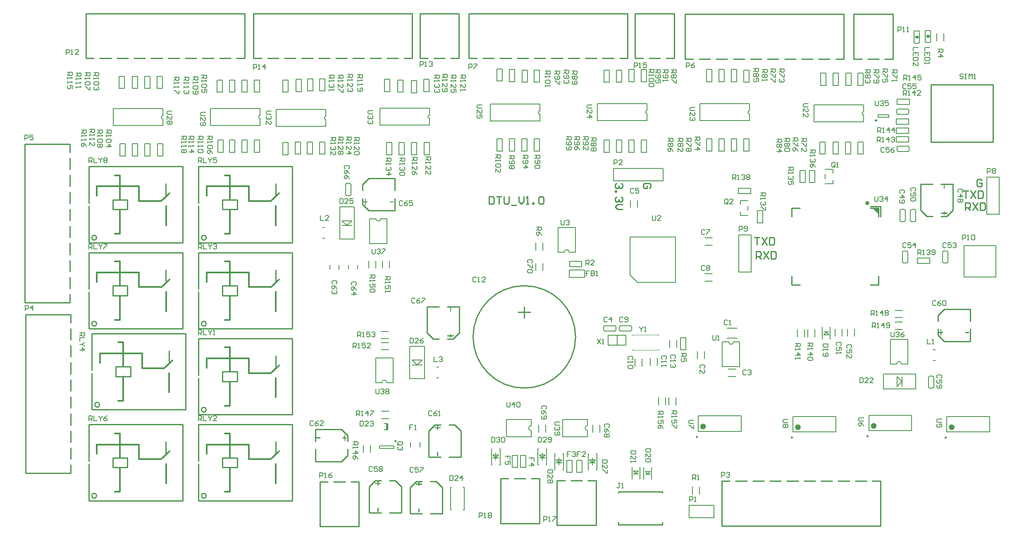
<source format=gto>
G04*
G04 #@! TF.GenerationSoftware,Altium Limited,Altium Designer,23.10.1 (27)*
G04*
G04 Layer_Color=65535*
%FSLAX25Y25*%
%MOIN*%
G70*
G04*
G04 #@! TF.SameCoordinates,EE2D7E3A-8854-4FD1-8856-1E75453D7B45*
G04*
G04*
G04 #@! TF.FilePolarity,Positive*
G04*
G01*
G75*
%ADD10C,0.00500*%
%ADD11C,0.02362*%
%ADD12C,0.00984*%
%ADD13C,0.01000*%
%ADD14C,0.01575*%
%ADD15C,0.00709*%
%ADD16C,0.00787*%
%ADD17C,0.00493*%
%ADD18C,0.00800*%
%ADD19C,0.01181*%
%ADD20R,0.01654X0.05118*%
G36*
X285413Y11787D02*
X284634D01*
Y14906D01*
X285413D01*
Y11787D01*
D01*
D02*
G37*
G36*
Y35043D02*
X287622D01*
Y34264D01*
X285413D01*
Y33094D01*
X284634D01*
Y34264D01*
X282425D01*
Y35043D01*
X284634D01*
Y36213D01*
X285413D01*
Y35043D01*
D02*
G37*
G36*
X318413Y34555D02*
X320622D01*
Y33775D01*
X318413D01*
Y32606D01*
X317634D01*
Y33775D01*
X315425D01*
Y34555D01*
X317634D01*
Y35724D01*
X318413D01*
Y34555D01*
D02*
G37*
G36*
Y11299D02*
X317634D01*
Y14417D01*
X318413D01*
Y11299D01*
D02*
G37*
G36*
X238405Y71087D02*
X235287D01*
Y71866D01*
X238405D01*
Y71087D01*
D02*
G37*
G36*
X258543Y71866D02*
X259713D01*
Y71087D01*
X258543D01*
Y68878D01*
X257764D01*
Y71087D01*
X256594D01*
Y71866D01*
X257764D01*
Y74075D01*
X258543D01*
Y71866D01*
D02*
G37*
G36*
X275236Y262413D02*
X276406D01*
Y261634D01*
X275236D01*
Y259425D01*
X274457D01*
Y261634D01*
X273287D01*
Y262413D01*
X274457D01*
Y264622D01*
X275236D01*
Y262413D01*
D02*
G37*
G36*
X297713D02*
Y261634D01*
X294595D01*
Y262413D01*
X297713D01*
D01*
D02*
G37*
G36*
X688418Y253165D02*
X684481Y257102D01*
X688418D01*
Y253165D01*
D02*
G37*
G36*
X343866Y173594D02*
X343087D01*
Y176713D01*
X343866D01*
Y173594D01*
D02*
G37*
G36*
Y154236D02*
X346075D01*
Y153457D01*
X343866D01*
Y152287D01*
X343087D01*
Y153457D01*
X340878D01*
Y154236D01*
X343087D01*
Y155405D01*
X343866D01*
Y154236D01*
D02*
G37*
G36*
X333413Y80043D02*
X335622D01*
Y79264D01*
X333413D01*
Y78095D01*
X332634D01*
Y79264D01*
X330425D01*
Y80043D01*
X332634D01*
Y81213D01*
X333413D01*
Y80043D01*
D02*
G37*
G36*
Y56787D02*
X332634D01*
Y59905D01*
X333413D01*
Y56787D01*
D02*
G37*
G36*
X739236Y156913D02*
X740406D01*
Y156134D01*
X739236D01*
Y153925D01*
X738457D01*
Y156134D01*
X737287D01*
Y156913D01*
X738457D01*
Y159122D01*
X739236D01*
Y156913D01*
D02*
G37*
G36*
X761713D02*
Y156134D01*
X758595D01*
Y156913D01*
X761713D01*
D01*
D02*
G37*
G36*
X741866Y253248D02*
X744075D01*
Y252468D01*
X741866D01*
Y251299D01*
X741087D01*
Y252468D01*
X738878D01*
Y253248D01*
X741087D01*
Y254417D01*
X741866D01*
Y253248D01*
D02*
G37*
G36*
X741087Y275724D02*
X741866D01*
Y272606D01*
X741087D01*
Y275724D01*
D01*
D02*
G37*
D10*
X439181Y221500D02*
G03*
X435181Y221500I-2000J0D01*
G01*
X707181Y131162D02*
G03*
X703181Y131162I-2000J0D01*
G01*
X567681Y149000D02*
G03*
X571681Y149000I2000J0D01*
G01*
X454000Y81319D02*
G03*
X454000Y77319I0J-2000D01*
G01*
X292181Y116162D02*
G03*
X288181Y116162I-2000J0D01*
G01*
X283319Y248500D02*
G03*
X287319Y248500I2000J0D01*
G01*
X408500Y81319D02*
G03*
X408500Y77319I0J-2000D01*
G01*
X434543Y45827D02*
Y58827D01*
X427457Y45827D02*
Y58827D01*
X428600Y53789D02*
X430962Y51427D01*
X428600Y53789D02*
X433324D01*
X430962Y51427D02*
X433324Y53789D01*
X428600Y51427D02*
X433324D01*
X434000Y58827D02*
X434543D01*
X427457D02*
X428000D01*
X434000Y45827D02*
X434543D01*
X427457D02*
X428000D01*
X431000Y49827D02*
Y55327D01*
X494283Y197087D02*
X524972D01*
X524972D02*
Y233819D01*
X488240D02*
X524972D01*
X488240Y203130D02*
Y233819D01*
Y203130D02*
X494283Y197087D01*
X444181Y221500D02*
Y241500D01*
X430181Y221500D02*
Y241500D01*
X444181D01*
X439181Y221500D02*
X444181D01*
X430181D02*
X435181D01*
X439532Y209835D02*
X449374D01*
X439532Y214165D02*
X449374D01*
Y209835D02*
Y214165D01*
X439532Y209835D02*
Y214165D01*
X439244Y206953D02*
X451449D01*
X439244Y201047D02*
Y206953D01*
Y201047D02*
X451449D01*
Y206953D01*
X733165Y112413D02*
Y120681D01*
X729622Y121468D02*
X732378D01*
X729622Y111626D02*
X732378D01*
X728835Y112413D02*
Y120681D01*
Y112413D02*
X729622Y111626D01*
X732378D02*
X733165Y112413D01*
X732378Y121468D02*
X733165Y120681D01*
X728835D02*
X729622Y121468D01*
X712181Y131162D02*
Y151162D01*
X698181Y131162D02*
Y151162D01*
X712181D01*
X707181Y131162D02*
X712181D01*
X698181D02*
X703181D01*
X649650Y151451D02*
Y161151D01*
X646531Y156658D02*
X648500Y154689D01*
X644563D02*
X646531Y156658D01*
X644563Y154689D02*
X648500D01*
X644563Y157051D02*
X648500D01*
X643350Y151451D02*
Y161151D01*
X703657Y113063D02*
X707594Y117000D01*
X703657Y120937D02*
X707594Y117000D01*
Y113063D02*
Y120937D01*
X703657Y113063D02*
Y120937D01*
X692634Y122906D02*
X718618D01*
Y111094D02*
Y122906D01*
X692634Y111094D02*
X718618D01*
X692634D02*
Y122906D01*
X562681Y129000D02*
Y149000D01*
X576681Y129000D02*
Y149000D01*
X562681Y129000D02*
X576681D01*
X562681Y149000D02*
X567681D01*
X571681D02*
X576681D01*
X533165Y142626D02*
Y152469D01*
X528835Y142626D02*
Y152469D01*
X533165D01*
X528835Y142626D02*
X533165D01*
X505650Y37849D02*
Y47549D01*
X500500Y41949D02*
X504437D01*
X500500Y44311D02*
X504437D01*
X502468Y42342D02*
X504437Y44311D01*
X500500D02*
X502468Y42342D01*
X499350Y37849D02*
Y47549D01*
X496150Y38349D02*
Y48049D01*
X491000Y42449D02*
X494937D01*
X491000Y44811D02*
X494937D01*
X492969Y42843D02*
X494937Y44811D01*
X491000D02*
X492969Y42843D01*
X489850Y38349D02*
Y48049D01*
X434000Y86319D02*
X454000D01*
X434000Y72319D02*
X454000D01*
X434000D02*
Y86319D01*
X454000Y81319D02*
Y86319D01*
Y72319D02*
Y77319D01*
X399835Y47626D02*
Y57468D01*
X404165Y47626D02*
Y57468D01*
X399835Y47626D02*
X404165D01*
X399835Y57468D02*
X404165D01*
X393335Y47626D02*
Y57468D01*
X397665Y47626D02*
Y57468D01*
X393335Y47626D02*
X397665D01*
X393335Y57468D02*
X397665D01*
X297181Y116162D02*
Y136162D01*
X283181Y116162D02*
Y136162D01*
X297181D01*
X292181Y116162D02*
X297181D01*
X283181D02*
X288181D01*
X278319Y228500D02*
Y248500D01*
X292319Y228500D02*
Y248500D01*
X278319Y228500D02*
X292319D01*
X278319Y248500D02*
X283319D01*
X287319D02*
X292319D01*
X258835Y267819D02*
Y276087D01*
X259622Y267032D02*
X262378D01*
X259622Y276874D02*
X262378D01*
X263165Y267819D02*
Y276087D01*
X262378Y276874D02*
X263165Y276087D01*
X258835D02*
X259622Y276874D01*
X258835Y267819D02*
X259622Y267032D01*
X262378D02*
X263165Y267819D01*
X107335Y299126D02*
Y308968D01*
X111665Y299126D02*
Y308968D01*
X107335Y299126D02*
X111665D01*
X107335Y308968D02*
X111665D01*
X96835Y299126D02*
Y308968D01*
X101165Y299126D02*
Y308968D01*
X96835Y299126D02*
X101165D01*
X96835Y308968D02*
X101165D01*
X86835Y299031D02*
Y308874D01*
X91165Y299031D02*
Y308874D01*
X86835Y299031D02*
X91165D01*
X86835Y308874D02*
X91165D01*
X76835Y299126D02*
Y308968D01*
X81165Y299126D02*
Y308968D01*
X76835Y299126D02*
X81165D01*
X76835Y308968D02*
X81165D01*
X155835Y302126D02*
Y311968D01*
X160165Y302126D02*
Y311968D01*
X155835Y302126D02*
X160165D01*
X155835Y311968D02*
X160165D01*
X165335Y302031D02*
Y311874D01*
X169665Y302031D02*
Y311874D01*
X165335Y302031D02*
X169665D01*
X165335Y311874D02*
X169665D01*
X175335Y302031D02*
Y311874D01*
X179665Y302031D02*
Y311874D01*
X175335Y302031D02*
X179665D01*
X175335Y311874D02*
X179665D01*
X185335Y302031D02*
Y311874D01*
X189665Y302031D02*
Y311874D01*
X185335Y302031D02*
X189665D01*
X185335Y311874D02*
X189665D01*
X208335Y300031D02*
Y309874D01*
X212665Y300031D02*
Y309874D01*
X208335Y300031D02*
X212665D01*
X208335Y309874D02*
X212665D01*
X218335Y300532D02*
Y310374D01*
X222665Y300532D02*
Y310374D01*
X218335Y300532D02*
X222665D01*
X218335Y310374D02*
X222665D01*
X227835Y300532D02*
Y310374D01*
X232165Y300532D02*
Y310374D01*
X227835Y300532D02*
X232165D01*
X227835Y310374D02*
X232165D01*
X237835Y300532D02*
Y310374D01*
X242165Y300532D02*
Y310374D01*
X237835Y300532D02*
X242165D01*
X237835Y310374D02*
X242165D01*
X291835Y300031D02*
Y309874D01*
X296165Y300031D02*
Y309874D01*
X291835Y300031D02*
X296165D01*
X291835Y309874D02*
X296165D01*
X301835Y300031D02*
Y309874D01*
X306165Y300031D02*
Y309874D01*
X301835Y300031D02*
X306165D01*
X301835Y309874D02*
X306165D01*
X311835Y300126D02*
Y309968D01*
X316165Y300126D02*
Y309968D01*
X311835Y300126D02*
X316165D01*
X311835Y309968D02*
X316165D01*
X322335Y300031D02*
Y309874D01*
X326665Y300031D02*
Y309874D01*
X322335Y300031D02*
X326665D01*
X322335Y309874D02*
X326665D01*
X410835Y303031D02*
Y312874D01*
X415165Y303031D02*
Y312874D01*
X410835Y303031D02*
X415165D01*
X410835Y312874D02*
X415165D01*
X400835Y303126D02*
Y312968D01*
X405165Y303126D02*
Y312968D01*
X400835Y303126D02*
X405165D01*
X400835Y312968D02*
X405165D01*
X390835Y303031D02*
Y312874D01*
X395165Y303031D02*
Y312874D01*
X390835Y303031D02*
X395165D01*
X390835Y312874D02*
X395165D01*
X380835Y303031D02*
Y312874D01*
X385165Y303031D02*
Y312874D01*
X380835Y303031D02*
X385165D01*
X380835Y312874D02*
X385165D01*
X497335Y302126D02*
Y311968D01*
X501665Y302126D02*
Y311968D01*
X497335Y302126D02*
X501665D01*
X497335Y311968D02*
X501665D01*
X487335Y302126D02*
Y311968D01*
X491665Y302126D02*
Y311968D01*
X487335Y302126D02*
X491665D01*
X487335Y311968D02*
X491665D01*
X477335Y302126D02*
Y311968D01*
X481665Y302126D02*
Y311968D01*
X477335Y302126D02*
X481665D01*
X477335Y311968D02*
X481665D01*
X467335Y302126D02*
Y311968D01*
X471665Y302126D02*
Y311968D01*
X467335Y302126D02*
X471665D01*
X467335Y311968D02*
X471665D01*
X579835Y303126D02*
Y312968D01*
X584165Y303126D02*
Y312968D01*
X579835Y303126D02*
X584165D01*
X579835Y312968D02*
X584165D01*
X569835Y303126D02*
Y312968D01*
X574165Y303126D02*
Y312968D01*
X569835Y303126D02*
X574165D01*
X569835Y312968D02*
X574165D01*
X559835Y303126D02*
Y312968D01*
X564165Y303126D02*
Y312968D01*
X559835Y303126D02*
X564165D01*
X559835Y312968D02*
X564165D01*
X549835Y303126D02*
Y312968D01*
X554165Y303126D02*
Y312968D01*
X549835Y303126D02*
X554165D01*
X549835Y312968D02*
X554165D01*
X575626Y268835D02*
X585468D01*
X575626Y273165D02*
X585468D01*
Y268835D02*
Y273165D01*
X575626Y268835D02*
Y273165D01*
X590835Y254969D02*
X595165D01*
X590835Y245126D02*
X595165D01*
Y254969D01*
X590835Y245126D02*
Y254969D01*
X577075Y251095D02*
X583374D01*
X577075Y262906D02*
X583374D01*
Y255228D02*
Y258772D01*
X577075Y251095D02*
Y254047D01*
Y259953D02*
Y262906D01*
X645626Y288405D02*
X651925D01*
X645626Y276594D02*
X651925D01*
X645626Y280728D02*
Y284272D01*
X651925Y285453D02*
Y288405D01*
Y276594D02*
Y279547D01*
X625335Y287374D02*
X629665D01*
X625335Y277532D02*
X629665D01*
Y287374D01*
X625335Y277532D02*
Y287374D01*
X632835D02*
X637165D01*
X632835Y277532D02*
X637165D01*
Y287374D01*
X632835Y277532D02*
Y287374D01*
X671835Y300626D02*
Y310469D01*
X676165Y300626D02*
Y310469D01*
X671835Y300626D02*
X676165D01*
X671835Y310469D02*
X676165D01*
X661835Y300626D02*
Y310469D01*
X666165Y300626D02*
Y310469D01*
X661835Y300626D02*
X666165D01*
X661835Y310469D02*
X666165D01*
X651835Y300626D02*
Y310469D01*
X656165Y300626D02*
Y310469D01*
X651835Y300626D02*
X656165D01*
X651835Y310469D02*
X656165D01*
X641335Y300626D02*
Y310469D01*
X645665Y300626D02*
Y310469D01*
X641335Y300626D02*
X645665D01*
X641335Y310469D02*
X645665D01*
X718665Y246819D02*
Y255087D01*
X715122Y255874D02*
X717878D01*
X715122Y246031D02*
X717878D01*
X714335Y246819D02*
Y255087D01*
Y246819D02*
X715122Y246031D01*
X717878D02*
X718665Y246819D01*
X717878Y255874D02*
X718665Y255087D01*
X714335D02*
X715122Y255874D01*
X710165Y246913D02*
Y255181D01*
X706622Y255968D02*
X709378D01*
X706622Y246126D02*
X709378D01*
X705835Y246913D02*
Y255181D01*
Y246913D02*
X706622Y246126D01*
X709378D02*
X710165Y246913D01*
X709378Y255968D02*
X710165Y255181D01*
X705835D02*
X706622Y255968D01*
X703031Y324835D02*
X712874D01*
X703031Y329165D02*
X712874D01*
Y324835D02*
Y329165D01*
X703031Y324835D02*
Y329165D01*
X703913Y332835D02*
X712181D01*
X712968Y333622D02*
Y336378D01*
X703126Y333622D02*
Y336378D01*
X703913Y337165D02*
X712181D01*
X703126Y336378D02*
X703913Y337165D01*
X703126Y333622D02*
X703913Y332835D01*
X712181D02*
X712968Y333622D01*
X712181Y337165D02*
X712968Y336378D01*
X703626Y340835D02*
X713469D01*
X703626Y345165D02*
X713469D01*
Y340835D02*
Y345165D01*
X703626Y340835D02*
Y345165D01*
X703031Y317335D02*
X712874D01*
X703031Y321665D02*
X712874D01*
Y317335D02*
Y321665D01*
X703031Y317335D02*
Y321665D01*
Y310335D02*
X712874D01*
X703031Y314665D02*
X712874D01*
Y310335D02*
Y314665D01*
X703031Y310335D02*
Y314665D01*
X704319Y302835D02*
X712587D01*
X713374Y303622D02*
Y306378D01*
X703532Y303622D02*
Y306378D01*
X704319Y307165D02*
X712587D01*
X703532Y306378D02*
X704319Y307165D01*
X703532Y303622D02*
X704319Y302835D01*
X712587D02*
X713374Y303622D01*
X712587Y307165D02*
X713374Y306378D01*
X726335Y400374D02*
X730665D01*
X726335Y391319D02*
Y400374D01*
X727122Y390531D02*
X729878D01*
X730665Y391319D02*
Y400374D01*
X726335Y391319D02*
X727122Y390531D01*
X727122Y394961D02*
X729878D01*
X727122Y396339D02*
X729878D01*
X728500Y394961D02*
X729878Y396339D01*
X727122D02*
X728500Y394961D01*
Y396339D01*
X729878Y390531D02*
X730665Y391319D01*
X717335Y399874D02*
X721665D01*
X717335Y390819D02*
Y399874D01*
X718122Y390032D02*
X720878D01*
X721665Y390819D02*
Y399874D01*
X717335Y390819D02*
X718122Y390032D01*
X718122Y394461D02*
X720878D01*
X718122Y395839D02*
X720878D01*
X719500Y394461D02*
X720878Y395839D01*
X718122D02*
X719500Y394461D01*
Y395839D01*
X720878Y390032D02*
X721665Y390819D01*
X641835Y356126D02*
Y365968D01*
X646165Y356126D02*
Y365968D01*
X641835Y356126D02*
X646165D01*
X641835Y365968D02*
X646165D01*
X651835Y356126D02*
Y365968D01*
X656165Y356126D02*
Y365968D01*
X651835Y356126D02*
X656165D01*
X651835Y365968D02*
X656165D01*
X662335Y356126D02*
Y365968D01*
X666665Y356126D02*
Y365968D01*
X662335Y356126D02*
X666665D01*
X662335Y365968D02*
X666665D01*
X671835Y356126D02*
Y365968D01*
X676165Y356126D02*
Y365968D01*
X671835Y356126D02*
X676165D01*
X671835Y365968D02*
X676165D01*
X549835Y359032D02*
Y368874D01*
X554165Y359032D02*
Y368874D01*
X549835Y359032D02*
X554165D01*
X549835Y368874D02*
X554165D01*
X559835Y359032D02*
Y368874D01*
X564165Y359032D02*
Y368874D01*
X559835Y359032D02*
X564165D01*
X559835Y368874D02*
X564165D01*
X569835Y359032D02*
Y368874D01*
X574165Y359032D02*
Y368874D01*
X569835Y359032D02*
X574165D01*
X569835Y368874D02*
X574165D01*
X579835Y358626D02*
Y368468D01*
X584165Y358626D02*
Y368468D01*
X579835Y358626D02*
X584165D01*
X579835Y368468D02*
X584165D01*
X467335Y358531D02*
Y368374D01*
X471665Y358531D02*
Y368374D01*
X467335Y358531D02*
X471665D01*
X467335Y368374D02*
X471665D01*
X477335Y358531D02*
Y368374D01*
X481665Y358531D02*
Y368374D01*
X477335Y358531D02*
X481665D01*
X477335Y368374D02*
X481665D01*
X487335Y359032D02*
Y368874D01*
X491665Y359032D02*
Y368874D01*
X487335Y359032D02*
X491665D01*
X487335Y368874D02*
X491665D01*
X497335Y359032D02*
Y368874D01*
X501665Y359032D02*
Y368874D01*
X497335Y359032D02*
X501665D01*
X497335Y368874D02*
X501665D01*
X380835Y359626D02*
Y369468D01*
X385165Y359626D02*
Y369468D01*
X380835Y359626D02*
X385165D01*
X380835Y369468D02*
X385165D01*
X390835Y359032D02*
Y368874D01*
X395165Y359032D02*
Y368874D01*
X390835Y359032D02*
X395165D01*
X390835Y368874D02*
X395165D01*
X401335Y358531D02*
Y368374D01*
X405665Y358531D02*
Y368374D01*
X401335Y358531D02*
X405665D01*
X401335Y368374D02*
X405665D01*
X410835Y358531D02*
Y368374D01*
X415165Y358531D02*
Y368374D01*
X410835Y358531D02*
X415165D01*
X410835Y368374D02*
X415165D01*
X290335Y351126D02*
Y360968D01*
X294665Y351126D02*
Y360968D01*
X290335Y351126D02*
X294665D01*
X290335Y360968D02*
X294665D01*
X300835Y350626D02*
Y360469D01*
X305165Y350626D02*
Y360469D01*
X300835Y350626D02*
X305165D01*
X300835Y360469D02*
X305165D01*
X311835Y350126D02*
Y359968D01*
X316165Y350126D02*
Y359968D01*
X311835Y350126D02*
X316165D01*
X311835Y359968D02*
X316165D01*
X321835Y351031D02*
Y360874D01*
X326165Y351031D02*
Y360874D01*
X321835Y351031D02*
X326165D01*
X321835Y360874D02*
X326165D01*
X208335Y350626D02*
Y360469D01*
X212665Y350626D02*
Y360469D01*
X208335Y350626D02*
X212665D01*
X208335Y360469D02*
X212665D01*
X218835Y351126D02*
Y360968D01*
X223165Y351126D02*
Y360968D01*
X218835Y351126D02*
X223165D01*
X218835Y360968D02*
X223165D01*
X228335Y351532D02*
Y361374D01*
X232665Y351532D02*
Y361374D01*
X228335Y351532D02*
X232665D01*
X228335Y361374D02*
X232665D01*
X237835Y351532D02*
Y361374D01*
X242165Y351532D02*
Y361374D01*
X237835Y351532D02*
X242165D01*
X237835Y361374D02*
X242165D01*
X185335Y350532D02*
Y360374D01*
X189665Y350532D02*
Y360374D01*
X185335Y350532D02*
X189665D01*
X185335Y360374D02*
X189665D01*
X175335Y350532D02*
Y360374D01*
X179665Y350532D02*
Y360374D01*
X175335Y350532D02*
X179665D01*
X175335Y360374D02*
X179665D01*
X165335Y350626D02*
Y360469D01*
X169665Y350626D02*
Y360469D01*
X165335Y350626D02*
X169665D01*
X165335Y360469D02*
X169665D01*
X155335Y350626D02*
Y360469D01*
X159665Y350626D02*
Y360469D01*
X155335Y350626D02*
X159665D01*
X155335Y360469D02*
X159665D01*
X106835Y353532D02*
Y363374D01*
X111165Y353532D02*
Y363374D01*
X106835Y353532D02*
X111165D01*
X106835Y363374D02*
X111165D01*
X96835Y353532D02*
Y363374D01*
X101165Y353532D02*
Y363374D01*
X96835Y353532D02*
X101165D01*
X96835Y363374D02*
X101165D01*
X86835Y353626D02*
Y363469D01*
X91165Y353626D02*
Y363469D01*
X86835Y353626D02*
X91165D01*
X86835Y363469D02*
X91165D01*
X76335Y353626D02*
Y363469D01*
X80665Y353626D02*
Y363469D01*
X76335Y353626D02*
X80665D01*
X76335Y363469D02*
X80665D01*
X461543Y45827D02*
Y58827D01*
X454457Y45827D02*
Y58827D01*
X455600Y53789D02*
X457962Y51427D01*
X455600Y53789D02*
X460324D01*
X457962Y51427D02*
X460324Y53789D01*
X455600Y51427D02*
X460324D01*
X461000Y58827D02*
X461543D01*
X454457D02*
X455000D01*
X461000Y45827D02*
X461543D01*
X454457D02*
X455000D01*
X458000Y49827D02*
Y55327D01*
X254095Y257866D02*
X265905D01*
X254095Y231882D02*
Y257866D01*
Y231882D02*
X265905D01*
Y257866D01*
X256063Y246843D02*
X263937D01*
X256063Y242905D02*
X263937D01*
X260000D02*
X263937Y246843D01*
X256063D02*
X260000Y242905D01*
X310595Y145366D02*
X322406D01*
X310595Y119382D02*
Y145366D01*
Y119382D02*
X322406D01*
Y145366D01*
X312563Y134343D02*
X320437D01*
X312563Y130405D02*
X320437D01*
X316500D02*
X320437Y134343D01*
X312563D02*
X316500Y130405D01*
X757705Y226795D02*
X783295D01*
X757705Y201205D02*
Y226795D01*
Y201205D02*
X783295D01*
Y226795D01*
X445335Y53469D02*
X449665D01*
X445335Y43626D02*
X449665D01*
Y53469D01*
X445335Y43626D02*
Y53469D01*
X437335D02*
X441665D01*
X437335Y43626D02*
X441665D01*
Y53469D01*
X437335Y43626D02*
Y53469D01*
X408500Y72319D02*
Y77319D01*
Y81319D02*
Y86319D01*
X388500Y72319D02*
Y86319D01*
Y72319D02*
X408500D01*
X388500Y86319D02*
X408500D01*
X380000Y53827D02*
Y59327D01*
X376457Y49827D02*
X377000D01*
X383000D02*
X383543D01*
X376457Y62827D02*
X377000D01*
X383000D02*
X383543D01*
X377600Y55427D02*
X382324D01*
X379962D02*
X382324Y57789D01*
X377600D02*
X382324D01*
X377600D02*
X379962Y55427D01*
X376457Y49827D02*
Y62827D01*
X383543Y49827D02*
Y62827D01*
X417500Y53827D02*
Y59327D01*
X413957Y49827D02*
X414500D01*
X420500D02*
X421043D01*
X413957Y62827D02*
X414500D01*
X420500D02*
X421043D01*
X415100Y55427D02*
X419824D01*
X417462D02*
X419824Y57789D01*
X415100D02*
X419824D01*
X415100D02*
X417462Y55427D01*
X413957Y49827D02*
Y62827D01*
X421043Y49827D02*
Y62827D01*
X729874Y212335D02*
Y216665D01*
X720031Y212335D02*
Y216665D01*
Y212335D02*
X729874D01*
X720031Y216665D02*
X729874D01*
X707835Y221587D02*
X708622Y222374D01*
X711378D02*
X712165Y221587D01*
X711378Y212531D02*
X712165Y213319D01*
X707835D02*
X708622Y212531D01*
X707835Y213319D02*
Y221587D01*
X708622Y212531D02*
X711378D01*
X708622Y222374D02*
X711378D01*
X712165Y213319D02*
Y221587D01*
X740335D02*
X741122Y222374D01*
X743878D02*
X744665Y221587D01*
X743878Y212531D02*
X744665Y213319D01*
X740335D02*
X741122Y212531D01*
X740335Y213319D02*
Y221587D01*
X741122Y212531D02*
X743878D01*
X741122Y222374D02*
X743878D01*
X744665Y213319D02*
Y221587D01*
X467031Y158622D02*
X467819Y157835D01*
X467031Y161378D02*
X467819Y162165D01*
X476087D02*
X476874Y161378D01*
X476087Y157835D02*
X476874Y158622D01*
X467819Y157835D02*
X476087D01*
X476874Y158622D02*
Y161378D01*
X467031Y158622D02*
Y161378D01*
X467819Y162165D02*
X476087D01*
X488681D02*
X489468Y161378D01*
X488681Y157835D02*
X489468Y158622D01*
X479626D02*
X480413Y157835D01*
X479626Y161378D02*
X480413Y162165D01*
X488681D01*
X479626Y158622D02*
Y161378D01*
X489468Y158622D02*
Y161378D01*
X480413Y157835D02*
X488681D01*
X425999Y45832D02*
X422001D01*
Y43832D01*
X422667Y43166D01*
X425333D01*
X425999Y43832D01*
Y45832D01*
X422001Y39167D02*
Y41833D01*
X424666Y39167D01*
X425333D01*
X425999Y39834D01*
Y41166D01*
X425333Y41833D01*
Y37834D02*
X425999Y37168D01*
Y35835D01*
X425333Y35168D01*
X424666D01*
X424000Y35835D01*
X423334Y35168D01*
X422667D01*
X422001Y35835D01*
Y37168D01*
X422667Y37834D01*
X423334D01*
X424000Y37168D01*
X424666Y37834D01*
X425333D01*
X424000Y37168D02*
Y35835D01*
X33502Y381001D02*
Y384999D01*
X35501D01*
X36167Y384333D01*
Y383000D01*
X35501Y382334D01*
X33502D01*
X37500Y381001D02*
X38833D01*
X38167D01*
Y384999D01*
X37500Y384333D01*
X43498Y381001D02*
X40833D01*
X43498Y383666D01*
Y384333D01*
X42832Y384999D01*
X41499D01*
X40833Y384333D01*
X184502Y369001D02*
Y372999D01*
X186501D01*
X187167Y372333D01*
Y371000D01*
X186501Y370334D01*
X184502D01*
X188500Y369001D02*
X189833D01*
X189167D01*
Y372999D01*
X188500Y372333D01*
X193832Y369001D02*
Y372999D01*
X191833Y371000D01*
X194498D01*
X319002Y371501D02*
Y375499D01*
X321001D01*
X321667Y374833D01*
Y373500D01*
X321001Y372834D01*
X319002D01*
X323000Y371501D02*
X324333D01*
X323667D01*
Y375499D01*
X323000Y374833D01*
X326333D02*
X326999Y375499D01*
X328332D01*
X328998Y374833D01*
Y374166D01*
X328332Y373500D01*
X327665D01*
X328332D01*
X328998Y372834D01*
Y372167D01*
X328332Y371501D01*
X326999D01*
X326333Y372167D01*
X358168Y369501D02*
Y373499D01*
X360167D01*
X360834Y372833D01*
Y371500D01*
X360167Y370834D01*
X358168D01*
X362167Y373499D02*
X364832D01*
Y372833D01*
X362167Y370167D01*
Y369501D01*
X491502Y370501D02*
Y374499D01*
X493501D01*
X494167Y373833D01*
Y372500D01*
X493501Y371834D01*
X491502D01*
X495500Y370501D02*
X496833D01*
X496167D01*
Y374499D01*
X495500Y373833D01*
X501498Y374499D02*
X498833D01*
Y372500D01*
X500166Y373166D01*
X500832D01*
X501498Y372500D01*
Y371167D01*
X500832Y370501D01*
X499499D01*
X498833Y371167D01*
X533668Y370501D02*
Y374499D01*
X535667D01*
X536334Y373833D01*
Y372500D01*
X535667Y371834D01*
X533668D01*
X540332Y374499D02*
X538999Y373833D01*
X537667Y372500D01*
Y371167D01*
X538333Y370501D01*
X539666D01*
X540332Y371167D01*
Y371834D01*
X539666Y372500D01*
X537667D01*
X704168Y399501D02*
Y403499D01*
X706167D01*
X706834Y402833D01*
Y401500D01*
X706167Y400834D01*
X704168D01*
X708167Y399501D02*
X709500D01*
X708833D01*
Y403499D01*
X708167Y402833D01*
X711499Y399501D02*
X712832D01*
X712165D01*
Y403499D01*
X711499Y402833D01*
X413001Y241832D02*
X416999D01*
Y239833D01*
X416333Y239166D01*
X415000D01*
X414334Y239833D01*
Y241832D01*
Y240499D02*
X413001Y239166D01*
X416999Y235168D02*
X416333Y236501D01*
X415000Y237833D01*
X413667D01*
X413001Y237167D01*
Y235834D01*
X413667Y235168D01*
X414334D01*
X415000Y235834D01*
Y237833D01*
X408833Y212666D02*
X409499Y213332D01*
Y214665D01*
X408833Y215332D01*
X406167D01*
X405501Y214665D01*
Y213332D01*
X406167Y212666D01*
X409499Y211333D02*
Y208667D01*
X408833D01*
X406167Y211333D01*
X405501D01*
X408833Y207334D02*
X409499Y206668D01*
Y205335D01*
X408833Y204668D01*
X406167D01*
X405501Y205335D01*
Y206668D01*
X406167Y207334D01*
X408833D01*
X506168Y250999D02*
Y247667D01*
X506834Y247001D01*
X508167D01*
X508834Y247667D01*
Y250999D01*
X512832Y247001D02*
X510167D01*
X512832Y249666D01*
Y250333D01*
X512166Y250999D01*
X510833D01*
X510167Y250333D01*
X432668Y247499D02*
Y244167D01*
X433334Y243501D01*
X434667D01*
X435334Y244167D01*
Y247499D01*
X436666Y246833D02*
X437333Y247499D01*
X438666D01*
X439332Y246833D01*
Y246166D01*
X438666Y245500D01*
X437999D01*
X438666D01*
X439332Y244834D01*
Y244167D01*
X438666Y243501D01*
X437333D01*
X436666Y244167D01*
X452668Y211001D02*
Y214999D01*
X454667D01*
X455334Y214333D01*
Y213000D01*
X454667Y212334D01*
X452668D01*
X454001D02*
X455334Y211001D01*
X459332D02*
X456667D01*
X459332Y213666D01*
Y214333D01*
X458666Y214999D01*
X457333D01*
X456667Y214333D01*
X455501Y206499D02*
X452835D01*
Y204500D01*
X454168D01*
X452835D01*
Y202501D01*
X456834Y206499D02*
Y202501D01*
X458833D01*
X459499Y203167D01*
Y203834D01*
X458833Y204500D01*
X456834D01*
X458833D01*
X459499Y205166D01*
Y205833D01*
X458833Y206499D01*
X456834D01*
X460832Y202501D02*
X462165D01*
X461499D01*
Y206499D01*
X460832Y205833D01*
X738833Y119666D02*
X739499Y120332D01*
Y121665D01*
X738833Y122332D01*
X736167D01*
X735501Y121665D01*
Y120332D01*
X736167Y119666D01*
X739499Y115667D02*
Y118333D01*
X737500D01*
X738166Y117000D01*
Y116333D01*
X737500Y115667D01*
X736167D01*
X735501Y116333D01*
Y117666D01*
X736167Y118333D01*
Y114334D02*
X735501Y113668D01*
Y112335D01*
X736167Y111668D01*
X738833D01*
X739499Y112335D01*
Y113668D01*
X738833Y114334D01*
X738166D01*
X737500Y113668D01*
Y111668D01*
X682502Y170501D02*
Y174499D01*
X684502D01*
X685168Y173833D01*
Y172500D01*
X684502Y171834D01*
X682502D01*
X683835D02*
X685168Y170501D01*
X686501D02*
X687834D01*
X687167D01*
Y174499D01*
X686501Y173833D01*
X691833Y170501D02*
Y174499D01*
X689833Y172500D01*
X692499D01*
X693832Y173833D02*
X694498Y174499D01*
X695831D01*
X696498Y173833D01*
Y173167D01*
X695831Y172500D01*
X696498Y171834D01*
Y171167D01*
X695831Y170501D01*
X694498D01*
X693832Y171167D01*
Y171834D01*
X694498Y172500D01*
X693832Y173167D01*
Y173833D01*
X694498Y172500D02*
X695831D01*
X683502Y160501D02*
Y164499D01*
X685502D01*
X686168Y163833D01*
Y162500D01*
X685502Y161834D01*
X683502D01*
X684835D02*
X686168Y160501D01*
X687501D02*
X688834D01*
X688167D01*
Y164499D01*
X687501Y163833D01*
X692833Y160501D02*
Y164499D01*
X690833Y162500D01*
X693499D01*
X694832Y161167D02*
X695498Y160501D01*
X696831D01*
X697498Y161167D01*
Y163833D01*
X696831Y164499D01*
X695498D01*
X694832Y163833D01*
Y163166D01*
X695498Y162500D01*
X697498D01*
X698668Y156999D02*
Y153667D01*
X699335Y153001D01*
X700668D01*
X701334Y153667D01*
Y156999D01*
X702667Y156333D02*
X703334Y156999D01*
X704666D01*
X705333Y156333D01*
Y155666D01*
X704666Y155000D01*
X704000D01*
X704666D01*
X705333Y154333D01*
Y153667D01*
X704666Y153001D01*
X703334D01*
X702667Y153667D01*
X709332Y156999D02*
X707999Y156333D01*
X706666Y155000D01*
Y153667D01*
X707332Y153001D01*
X708665D01*
X709332Y153667D01*
Y154333D01*
X708665Y155000D01*
X706666D01*
X666333Y144166D02*
X666999Y144832D01*
Y146165D01*
X666333Y146832D01*
X663667D01*
X663001Y146165D01*
Y144832D01*
X663667Y144166D01*
X666999Y140167D02*
Y142833D01*
X665000D01*
X665666Y141500D01*
Y140833D01*
X665000Y140167D01*
X663667D01*
X663001Y140833D01*
Y142166D01*
X663667Y142833D01*
X663001Y136168D02*
Y138834D01*
X665666Y136168D01*
X666333D01*
X666999Y136835D01*
Y138168D01*
X666333Y138834D01*
X657833Y145999D02*
X658499Y146666D01*
Y147999D01*
X657833Y148665D01*
X655167D01*
X654501Y147999D01*
Y146666D01*
X655167Y145999D01*
X658499Y142001D02*
Y144666D01*
X656500D01*
X657166Y143333D01*
Y142667D01*
X656500Y142001D01*
X655167D01*
X654501Y142667D01*
Y144000D01*
X655167Y144666D01*
X654501Y140668D02*
Y139335D01*
Y140001D01*
X658499D01*
X657833Y140668D01*
X647999Y147498D02*
X644001D01*
Y145499D01*
X644667Y144833D01*
X647333D01*
X647999Y145499D01*
Y147498D01*
X644001Y143500D02*
Y142167D01*
Y142833D01*
X647999D01*
X647333Y143500D01*
X644667Y140167D02*
X644001Y139501D01*
Y138168D01*
X644667Y137502D01*
X647333D01*
X647999Y138168D01*
Y139501D01*
X647333Y140167D01*
X646666D01*
X646000Y139501D01*
Y137502D01*
X631501Y147998D02*
X635499D01*
Y145998D01*
X634833Y145332D01*
X633500D01*
X632833Y145998D01*
Y147998D01*
Y146665D02*
X631501Y145332D01*
Y143999D02*
Y142666D01*
Y143333D01*
X635499D01*
X634833Y143999D01*
X631501Y138667D02*
X635499D01*
X633500Y140667D01*
Y138001D01*
X634833Y136668D02*
X635499Y136002D01*
Y134669D01*
X634833Y134002D01*
X632167D01*
X631501Y134669D01*
Y136002D01*
X632167Y136668D01*
X634833D01*
X621501Y147831D02*
X625499D01*
Y145832D01*
X624833Y145166D01*
X623500D01*
X622834Y145832D01*
Y147831D01*
Y146498D02*
X621501Y145166D01*
Y143833D02*
Y142500D01*
Y143166D01*
X625499D01*
X624833Y143833D01*
X621501Y138501D02*
X625499D01*
X623500Y140500D01*
Y137835D01*
X621501Y136502D02*
Y135169D01*
Y135835D01*
X625499D01*
X624833Y136502D01*
X673668Y119999D02*
Y116001D01*
X675668D01*
X676334Y116667D01*
Y119333D01*
X675668Y119999D01*
X673668D01*
X680333Y116001D02*
X677667D01*
X680333Y118667D01*
Y119333D01*
X679666Y119999D01*
X678334D01*
X677667Y119333D01*
X684332Y116001D02*
X681666D01*
X684332Y118667D01*
Y119333D01*
X683665Y119999D01*
X682332D01*
X681666Y119333D01*
X739499Y86832D02*
X736167D01*
X735501Y86166D01*
Y84833D01*
X736167Y84166D01*
X739499D01*
Y80168D02*
Y82833D01*
X737500D01*
X738166Y81501D01*
Y80834D01*
X737500Y80168D01*
X736167D01*
X735501Y80834D01*
Y82167D01*
X736167Y82833D01*
X615499Y86332D02*
X612167D01*
X611501Y85666D01*
Y84333D01*
X612167Y83666D01*
X615499D01*
X614833Y82333D02*
X615499Y81667D01*
Y80334D01*
X614833Y79668D01*
X614166D01*
X613500Y80334D01*
X612834Y79668D01*
X612167D01*
X611501Y80334D01*
Y81667D01*
X612167Y82333D01*
X612834D01*
X613500Y81667D01*
X614166Y82333D01*
X614833D01*
X613500Y81667D02*
Y80334D01*
X554834Y154499D02*
Y151167D01*
X555501Y150501D01*
X556834D01*
X557500Y151167D01*
Y154499D01*
X558833Y150501D02*
X560166D01*
X559499D01*
Y154499D01*
X558833Y153833D01*
X581834Y125833D02*
X581167Y126499D01*
X579834D01*
X579168Y125833D01*
Y123167D01*
X579834Y122501D01*
X581167D01*
X581834Y123167D01*
X583167Y125833D02*
X583833Y126499D01*
X585166D01*
X585832Y125833D01*
Y125166D01*
X585166Y124500D01*
X584499D01*
X585166D01*
X585832Y123834D01*
Y123167D01*
X585166Y122501D01*
X583833D01*
X583167Y123167D01*
X495834Y161499D02*
Y160833D01*
X497167Y159500D01*
X498500Y160833D01*
Y161499D01*
X497167Y159500D02*
Y157501D01*
X499833D02*
X501166D01*
X500499D01*
Y161499D01*
X499833Y160833D01*
X461834Y151499D02*
X464500Y147501D01*
Y151499D02*
X461834Y147501D01*
X465833D02*
X467166D01*
X466499D01*
Y151499D01*
X465833Y150833D01*
X524333Y135833D02*
X524999Y136499D01*
Y137832D01*
X524333Y138498D01*
X521667D01*
X521001Y137832D01*
Y136499D01*
X521667Y135833D01*
X521001Y134500D02*
Y133167D01*
Y133833D01*
X524999D01*
X524333Y134500D01*
Y131167D02*
X524999Y130501D01*
Y129168D01*
X524333Y128502D01*
X523666D01*
X523000Y129168D01*
Y129834D01*
Y129168D01*
X522334Y128502D01*
X521667D01*
X521001Y129168D01*
Y130501D01*
X521667Y131167D01*
X529501Y139832D02*
X533499D01*
Y137833D01*
X532833Y137167D01*
X531500D01*
X530834Y137833D01*
Y139832D01*
Y138499D02*
X529501Y137167D01*
X533499Y133168D02*
Y135834D01*
X531500D01*
X532166Y134501D01*
Y133834D01*
X531500Y133168D01*
X530167D01*
X529501Y133834D01*
Y135167D01*
X530167Y135834D01*
X547833Y127666D02*
X548499Y128333D01*
Y129666D01*
X547833Y130332D01*
X545167D01*
X544501Y129666D01*
Y128333D01*
X545167Y127666D01*
X544501Y123668D02*
Y126333D01*
X547166Y123668D01*
X547833D01*
X548499Y124334D01*
Y125667D01*
X547833Y126333D01*
X539499Y85832D02*
X536167D01*
X535501Y85166D01*
Y83833D01*
X536167Y83166D01*
X539499D01*
Y81833D02*
Y79168D01*
X538833D01*
X536167Y81833D01*
X535501D01*
X511001Y92998D02*
X514999D01*
Y90998D01*
X514333Y90332D01*
X513000D01*
X512333Y90998D01*
Y92998D01*
Y91665D02*
X511001Y90332D01*
Y88999D02*
Y87666D01*
Y88333D01*
X514999D01*
X514333Y88999D01*
X514999Y83001D02*
Y85667D01*
X513000D01*
X513666Y84334D01*
Y83667D01*
X513000Y83001D01*
X511667D01*
X511001Y83667D01*
Y85000D01*
X511667Y85667D01*
X514999Y79002D02*
X514333Y80335D01*
X513000Y81668D01*
X511667D01*
X511001Y81002D01*
Y79669D01*
X511667Y79002D01*
X512333D01*
X513000Y79669D01*
Y81668D01*
X516833Y135166D02*
X517499Y135833D01*
Y137165D01*
X516833Y137832D01*
X514167D01*
X513501Y137165D01*
Y135833D01*
X514167Y135166D01*
X513501Y133833D02*
Y132500D01*
Y133167D01*
X517499D01*
X516833Y133833D01*
X513501Y130501D02*
Y129168D01*
Y129834D01*
X517499D01*
X516833Y130501D01*
X489833Y134833D02*
X490499Y135499D01*
Y136832D01*
X489833Y137498D01*
X487167D01*
X486501Y136832D01*
Y135499D01*
X487167Y134833D01*
X486501Y133500D02*
Y132167D01*
Y132833D01*
X490499D01*
X489833Y133500D01*
Y130167D02*
X490499Y129501D01*
Y128168D01*
X489833Y127502D01*
X487167D01*
X486501Y128168D01*
Y129501D01*
X487167Y130167D01*
X489833D01*
X504999Y62832D02*
X501001D01*
Y60832D01*
X501667Y60166D01*
X504333D01*
X504999Y60832D01*
Y62832D01*
X501001Y56167D02*
Y58833D01*
X503666Y56167D01*
X504333D01*
X504999Y56834D01*
Y58166D01*
X504333Y58833D01*
Y54834D02*
X504999Y54168D01*
Y52835D01*
X504333Y52168D01*
X501667D01*
X501001Y52835D01*
Y54168D01*
X501667Y54834D01*
X504333D01*
X492999Y61165D02*
X489001D01*
Y59166D01*
X489667Y58499D01*
X492333D01*
X492999Y59166D01*
Y61165D01*
X489001Y54501D02*
Y57166D01*
X491666Y54501D01*
X492333D01*
X492999Y55167D01*
Y56500D01*
X492333Y57166D01*
X489001Y53168D02*
Y51835D01*
Y52501D01*
X492999D01*
X492333Y53168D01*
X420333Y94666D02*
X420999Y95332D01*
Y96665D01*
X420333Y97332D01*
X417667D01*
X417001Y96665D01*
Y95332D01*
X417667Y94666D01*
X420999Y90667D02*
X420333Y92000D01*
X419000Y93333D01*
X417667D01*
X417001Y92666D01*
Y91334D01*
X417667Y90667D01*
X418333D01*
X419000Y91334D01*
Y93333D01*
X417667Y89334D02*
X417001Y88668D01*
Y87335D01*
X417667Y86668D01*
X420333D01*
X420999Y87335D01*
Y88668D01*
X420333Y89334D01*
X419666D01*
X419000Y88668D01*
Y86668D01*
X431499Y84332D02*
X428167D01*
X427501Y83665D01*
Y82332D01*
X428167Y81666D01*
X431499D01*
X430833Y80333D02*
X431499Y79666D01*
Y78333D01*
X430833Y77667D01*
X430166D01*
X429500Y78333D01*
Y79000D01*
Y78333D01*
X428833Y77667D01*
X428167D01*
X427501Y78333D01*
Y79666D01*
X428167Y80333D01*
Y76334D02*
X427501Y75668D01*
Y74335D01*
X428167Y73668D01*
X430833D01*
X431499Y74335D01*
Y75668D01*
X430833Y76334D01*
X430166D01*
X429500Y75668D01*
Y73668D01*
X470833Y80166D02*
X471499Y80832D01*
Y82165D01*
X470833Y82832D01*
X468167D01*
X467501Y82165D01*
Y80832D01*
X468167Y80166D01*
X471499Y76167D02*
X470833Y77500D01*
X469500Y78833D01*
X468167D01*
X467501Y78166D01*
Y76833D01*
X468167Y76167D01*
X468833D01*
X469500Y76833D01*
Y78833D01*
X470833Y74834D02*
X471499Y74168D01*
Y72835D01*
X470833Y72168D01*
X470166D01*
X469500Y72835D01*
X468833Y72168D01*
X468167D01*
X467501Y72835D01*
Y74168D01*
X468167Y74834D01*
X468833D01*
X469500Y74168D01*
X470166Y74834D01*
X470833D01*
X469500Y74168D02*
Y72835D01*
X366502Y7001D02*
Y10999D01*
X368501D01*
X369167Y10333D01*
Y9000D01*
X368501Y8333D01*
X366502D01*
X370500Y7001D02*
X371833D01*
X371167D01*
Y10999D01*
X370500Y10333D01*
X373833D02*
X374499Y10999D01*
X375832D01*
X376498Y10333D01*
Y9667D01*
X375832Y9000D01*
X376498Y8333D01*
Y7667D01*
X375832Y7001D01*
X374499D01*
X373833Y7667D01*
Y8333D01*
X374499Y9000D01*
X373833Y9667D01*
Y10333D01*
X374499Y9000D02*
X375832D01*
X418502Y4001D02*
Y7999D01*
X420501D01*
X421167Y7333D01*
Y6000D01*
X420501Y5334D01*
X418502D01*
X422500Y4001D02*
X423833D01*
X423167D01*
Y7999D01*
X422500Y7333D01*
X425833Y7999D02*
X428498D01*
Y7333D01*
X425833Y4667D01*
Y4001D01*
X410999Y52666D02*
Y55332D01*
X409000D01*
Y53999D01*
Y55332D01*
X407001D01*
Y49334D02*
X410999D01*
X409000Y51333D01*
Y48668D01*
X391499Y54166D02*
Y56832D01*
X389500D01*
Y55499D01*
Y56832D01*
X387501D01*
X391499Y50168D02*
Y52833D01*
X389500D01*
X390166Y51501D01*
Y50834D01*
X389500Y50168D01*
X388167D01*
X387501Y50834D01*
Y52167D01*
X388167Y52833D01*
X301667Y65666D02*
X304333D01*
X304999Y66333D01*
Y67666D01*
X304333Y68332D01*
X301667D01*
X301001Y67666D01*
Y66333D01*
X302334Y66999D02*
X301001Y65666D01*
Y66333D02*
X301667Y65666D01*
X304333Y64333D02*
X304999Y63667D01*
Y62334D01*
X304333Y61668D01*
X303666D01*
X303000Y62334D01*
Y63001D01*
Y62334D01*
X302334Y61668D01*
X301667D01*
X301001Y62334D01*
Y63667D01*
X301667Y64333D01*
X265001Y68498D02*
X268999D01*
Y66498D01*
X268333Y65832D01*
X267000D01*
X266334Y66498D01*
Y68498D01*
Y67165D02*
X265001Y65832D01*
Y64499D02*
Y63166D01*
Y63833D01*
X268999D01*
X268333Y64499D01*
X265001Y59167D02*
X268999D01*
X267000Y61167D01*
Y58501D01*
X268999Y54502D02*
X268333Y55835D01*
X267000Y57168D01*
X265667D01*
X265001Y56502D01*
Y55169D01*
X265667Y54502D01*
X266334D01*
X267000Y55169D01*
Y57168D01*
X270668Y84999D02*
Y81001D01*
X272668D01*
X273334Y81667D01*
Y84333D01*
X272668Y84999D01*
X270668D01*
X277333Y81001D02*
X274667D01*
X277333Y83666D01*
Y84333D01*
X276666Y84999D01*
X275334D01*
X274667Y84333D01*
X278666D02*
X279332Y84999D01*
X280665D01*
X281332Y84333D01*
Y83666D01*
X280665Y83000D01*
X279999D01*
X280665D01*
X281332Y82334D01*
Y81667D01*
X280665Y81001D01*
X279332D01*
X278666Y81667D01*
X267502Y89501D02*
Y93499D01*
X269502D01*
X270168Y92833D01*
Y91500D01*
X269502Y90834D01*
X267502D01*
X268835D02*
X270168Y89501D01*
X271501D02*
X272834D01*
X272167D01*
Y93499D01*
X271501Y92833D01*
X276833Y89501D02*
Y93499D01*
X274833Y91500D01*
X277499D01*
X278832Y93499D02*
X281498D01*
Y92833D01*
X278832Y90167D01*
Y89501D01*
X330168Y136999D02*
Y133001D01*
X332834D01*
X334167Y136333D02*
X334833Y136999D01*
X336166D01*
X336832Y136333D01*
Y135667D01*
X336166Y135000D01*
X335499D01*
X336166D01*
X336832Y134334D01*
Y133667D01*
X336166Y133001D01*
X334833D01*
X334167Y133667D01*
X283168Y110999D02*
Y107667D01*
X283835Y107001D01*
X285168D01*
X285834Y107667D01*
Y110999D01*
X287167Y110333D02*
X287834Y110999D01*
X289166D01*
X289833Y110333D01*
Y109667D01*
X289166Y109000D01*
X288500D01*
X289166D01*
X289833Y108334D01*
Y107667D01*
X289166Y107001D01*
X287834D01*
X287167Y107667D01*
X291166Y110333D02*
X291832Y110999D01*
X293165D01*
X293832Y110333D01*
Y109667D01*
X293165Y109000D01*
X293832Y108334D01*
Y107667D01*
X293165Y107001D01*
X291832D01*
X291166Y107667D01*
Y108334D01*
X291832Y109000D01*
X291166Y109667D01*
Y110333D01*
X291832Y109000D02*
X293165D01*
X265002Y144001D02*
Y147999D01*
X267002D01*
X267668Y147333D01*
Y146000D01*
X267002Y145334D01*
X265002D01*
X266335D02*
X267668Y144001D01*
X269001D02*
X270334D01*
X269667D01*
Y147999D01*
X269001Y147333D01*
X274999Y147999D02*
X272333D01*
Y146000D01*
X273666Y146667D01*
X274333D01*
X274999Y146000D01*
Y144667D01*
X274333Y144001D01*
X273000D01*
X272333Y144667D01*
X278998Y144001D02*
X276332D01*
X278998Y146667D01*
Y147333D01*
X278331Y147999D01*
X276998D01*
X276332Y147333D01*
X268502Y153001D02*
Y156999D01*
X270502D01*
X271168Y156333D01*
Y155000D01*
X270502Y154333D01*
X268502D01*
X269835D02*
X271168Y153001D01*
X272501D02*
X273834D01*
X273167D01*
Y156999D01*
X272501Y156333D01*
X278499Y156999D02*
X275833D01*
Y155000D01*
X277166Y155666D01*
X277833D01*
X278499Y155000D01*
Y153667D01*
X277833Y153001D01*
X276500D01*
X275833Y153667D01*
X279832Y156333D02*
X280498Y156999D01*
X281831D01*
X282498Y156333D01*
Y155666D01*
X281831Y155000D01*
X281165D01*
X281831D01*
X282498Y154333D01*
Y153667D01*
X281831Y153001D01*
X280498D01*
X279832Y153667D01*
X314834Y183833D02*
X314168Y184499D01*
X312835D01*
X312168Y183833D01*
Y181167D01*
X312835Y180501D01*
X314168D01*
X314834Y181167D01*
X318833Y184499D02*
X317500Y183833D01*
X316167Y182500D01*
Y181167D01*
X316834Y180501D01*
X318166D01*
X318833Y181167D01*
Y181834D01*
X318166Y182500D01*
X316167D01*
X320166Y184499D02*
X322832D01*
Y183833D01*
X320166Y181167D01*
Y180501D01*
X280168Y223999D02*
Y220667D01*
X280835Y220001D01*
X282168D01*
X282834Y220667D01*
Y223999D01*
X284167Y223333D02*
X284834Y223999D01*
X286166D01*
X286833Y223333D01*
Y222666D01*
X286166Y222000D01*
X285500D01*
X286166D01*
X286833Y221334D01*
Y220667D01*
X286166Y220001D01*
X284834D01*
X284167Y220667D01*
X288166Y223999D02*
X290832D01*
Y223333D01*
X288166Y220667D01*
Y220001D01*
X238668Y250999D02*
Y247001D01*
X241334D01*
X245332D02*
X242667D01*
X245332Y249666D01*
Y250333D01*
X244666Y250999D01*
X243333D01*
X242667Y250333D01*
X251333Y195666D02*
X251999Y196332D01*
Y197665D01*
X251333Y198332D01*
X248667D01*
X248001Y197665D01*
Y196332D01*
X248667Y195666D01*
X251999Y191667D02*
X251333Y193000D01*
X250000Y194333D01*
X248667D01*
X248001Y193666D01*
Y192333D01*
X248667Y191667D01*
X249334D01*
X250000Y192333D01*
Y194333D01*
X251333Y190334D02*
X251999Y189668D01*
Y188335D01*
X251333Y187668D01*
X250666D01*
X250000Y188335D01*
Y189001D01*
Y188335D01*
X249334Y187668D01*
X248667D01*
X248001Y188335D01*
Y189668D01*
X248667Y190334D01*
X266833Y194666D02*
X267499Y195332D01*
Y196665D01*
X266833Y197332D01*
X264167D01*
X263501Y196665D01*
Y195332D01*
X264167Y194666D01*
X267499Y190667D02*
X266833Y192000D01*
X265500Y193333D01*
X264167D01*
X263501Y192666D01*
Y191333D01*
X264167Y190667D01*
X264833D01*
X265500Y191333D01*
Y193333D01*
X263501Y187335D02*
X267499D01*
X265500Y189334D01*
Y186668D01*
X278501Y202998D02*
X282499D01*
Y200998D01*
X281833Y200332D01*
X280500D01*
X279834Y200998D01*
Y202998D01*
Y201665D02*
X278501Y200332D01*
Y198999D02*
Y197666D01*
Y198333D01*
X282499D01*
X281833Y198999D01*
X282499Y193001D02*
Y195667D01*
X280500D01*
X281166Y194334D01*
Y193667D01*
X280500Y193001D01*
X279167D01*
X278501Y193667D01*
Y195000D01*
X279167Y195667D01*
X281833Y191668D02*
X282499Y191002D01*
Y189669D01*
X281833Y189002D01*
X279167D01*
X278501Y189669D01*
Y191002D01*
X279167Y191668D01*
X281833D01*
X291001Y201831D02*
X294999D01*
Y199832D01*
X294333Y199165D01*
X293000D01*
X292334Y199832D01*
Y201831D01*
Y200498D02*
X291001Y199165D01*
Y197833D02*
Y196500D01*
Y197166D01*
X294999D01*
X294333Y197833D01*
X294999Y191834D02*
Y194500D01*
X293000D01*
X293666Y193167D01*
Y192501D01*
X293000Y191834D01*
X291667D01*
X291001Y192501D01*
Y193834D01*
X291667Y194500D01*
X291001Y190502D02*
Y189169D01*
Y189835D01*
X294999D01*
X294333Y190502D01*
X261333Y288666D02*
X261999Y289332D01*
Y290665D01*
X261333Y291332D01*
X258667D01*
X258001Y290665D01*
Y289332D01*
X258667Y288666D01*
X261999Y284667D02*
X261333Y286000D01*
X260000Y287333D01*
X258667D01*
X258001Y286666D01*
Y285333D01*
X258667Y284667D01*
X259333D01*
X260000Y285333D01*
Y287333D01*
X261999Y280668D02*
X261333Y282001D01*
X260000Y283334D01*
X258667D01*
X258001Y282668D01*
Y281335D01*
X258667Y280668D01*
X259333D01*
X260000Y281335D01*
Y283334D01*
X304834Y262333D02*
X304168Y262999D01*
X302835D01*
X302168Y262333D01*
Y259667D01*
X302835Y259001D01*
X304168D01*
X304834Y259667D01*
X308833Y262999D02*
X307500Y262333D01*
X306167Y261000D01*
Y259667D01*
X306834Y259001D01*
X308166D01*
X308833Y259667D01*
Y260334D01*
X308166Y261000D01*
X306167D01*
X312832Y262999D02*
X310166D01*
Y261000D01*
X311499Y261666D01*
X312165D01*
X312832Y261000D01*
Y259667D01*
X312165Y259001D01*
X310832D01*
X310166Y259667D01*
X44501Y156331D02*
X48499D01*
Y154332D01*
X47833Y153665D01*
X46500D01*
X45834Y154332D01*
Y156331D01*
Y154998D02*
X44501Y153665D01*
X48499Y152332D02*
X44501D01*
Y149667D01*
X48499Y148334D02*
X47833D01*
X46500Y147001D01*
X47833Y145668D01*
X48499D01*
X46500Y147001D02*
X44501D01*
Y142335D02*
X48499D01*
X46500Y144335D01*
Y141669D01*
X66001Y319998D02*
X69999D01*
Y317998D01*
X69333Y317332D01*
X68000D01*
X67334Y317998D01*
Y319998D01*
Y318665D02*
X66001Y317332D01*
Y315999D02*
Y314666D01*
Y315333D01*
X69999D01*
X69333Y315999D01*
Y312667D02*
X69999Y312000D01*
Y310667D01*
X69333Y310001D01*
X66667D01*
X66001Y310667D01*
Y312000D01*
X66667Y312667D01*
X69333D01*
X66001Y306669D02*
X69999D01*
X68000Y308668D01*
Y306002D01*
X59001Y319998D02*
X62999D01*
Y317998D01*
X62333Y317332D01*
X61000D01*
X60334Y317998D01*
Y319998D01*
Y318665D02*
X59001Y317332D01*
Y315999D02*
Y314666D01*
Y315333D01*
X62999D01*
X62333Y315999D01*
Y312667D02*
X62999Y312000D01*
Y310667D01*
X62333Y310001D01*
X59667D01*
X59001Y310667D01*
Y312000D01*
X59667Y312667D01*
X62333D01*
Y308668D02*
X62999Y308002D01*
Y306669D01*
X62333Y306002D01*
X61666D01*
X61000Y306669D01*
X60334Y306002D01*
X59667D01*
X59001Y306669D01*
Y308002D01*
X59667Y308668D01*
X60334D01*
X61000Y308002D01*
X61666Y308668D01*
X62333D01*
X61000Y308002D02*
Y306669D01*
X52501Y320665D02*
X56499D01*
Y318665D01*
X55833Y317999D01*
X54500D01*
X53834Y318665D01*
Y320665D01*
Y319332D02*
X52501Y317999D01*
Y316666D02*
Y315333D01*
Y315999D01*
X56499D01*
X55833Y316666D01*
X52501Y313334D02*
Y312001D01*
Y312667D01*
X56499D01*
X55833Y313334D01*
X52501Y307335D02*
Y310001D01*
X55166Y307335D01*
X55833D01*
X56499Y308002D01*
Y309335D01*
X55833Y310001D01*
X46001Y320164D02*
X49999D01*
Y318165D01*
X49333Y317499D01*
X48000D01*
X47334Y318165D01*
Y320164D01*
Y318832D02*
X46001Y317499D01*
Y316166D02*
Y314833D01*
Y315499D01*
X49999D01*
X49333Y316166D01*
X46001Y312833D02*
Y311501D01*
Y312167D01*
X49999D01*
X49333Y312833D01*
X49999Y306836D02*
X49333Y308168D01*
X48000Y309501D01*
X46667D01*
X46001Y308835D01*
Y307502D01*
X46667Y306836D01*
X47334D01*
X48000Y307502D01*
Y309501D01*
X126501Y315164D02*
X130499D01*
Y313165D01*
X129833Y312499D01*
X128500D01*
X127833Y313165D01*
Y315164D01*
Y313832D02*
X126501Y312499D01*
Y311166D02*
Y309833D01*
Y310499D01*
X130499D01*
X129833Y311166D01*
X126501Y307834D02*
Y306501D01*
Y307167D01*
X130499D01*
X129833Y307834D01*
Y304501D02*
X130499Y303835D01*
Y302502D01*
X129833Y301835D01*
X129166D01*
X128500Y302502D01*
X127833Y301835D01*
X127167D01*
X126501Y302502D01*
Y303835D01*
X127167Y304501D01*
X127833D01*
X128500Y303835D01*
X129166Y304501D01*
X129833D01*
X128500Y303835D02*
Y302502D01*
X132501Y315164D02*
X136499D01*
Y313165D01*
X135833Y312499D01*
X134500D01*
X133834Y313165D01*
Y315164D01*
Y313832D02*
X132501Y312499D01*
Y311166D02*
Y309833D01*
Y310499D01*
X136499D01*
X135833Y311166D01*
X132501Y307834D02*
Y306501D01*
Y307167D01*
X136499D01*
X135833Y307834D01*
X132501Y302502D02*
X136499D01*
X134500Y304501D01*
Y301835D01*
X140001Y315164D02*
X143999D01*
Y313165D01*
X143333Y312499D01*
X142000D01*
X141333Y313165D01*
Y315164D01*
Y313832D02*
X140001Y312499D01*
Y311166D02*
Y309833D01*
Y310499D01*
X143999D01*
X143333Y311166D01*
X140001Y307834D02*
Y306501D01*
Y307167D01*
X143999D01*
X143333Y307834D01*
Y304501D02*
X143999Y303835D01*
Y302502D01*
X143333Y301835D01*
X140667D01*
X140001Y302502D01*
Y303835D01*
X140667Y304501D01*
X143333D01*
X147501Y314998D02*
X151499D01*
Y312998D01*
X150833Y312332D01*
X149500D01*
X148834Y312998D01*
Y314998D01*
Y313665D02*
X147501Y312332D01*
Y310999D02*
Y309666D01*
Y310333D01*
X151499D01*
X150833Y310999D01*
Y307667D02*
X151499Y307000D01*
Y305667D01*
X150833Y305001D01*
X148167D01*
X147501Y305667D01*
Y307000D01*
X148167Y307667D01*
X150833D01*
X151499Y301002D02*
X150833Y302335D01*
X149500Y303668D01*
X148167D01*
X147501Y303002D01*
Y301669D01*
X148167Y301002D01*
X148834D01*
X149500Y301669D01*
Y303668D01*
X247001Y313998D02*
X250999D01*
Y311998D01*
X250333Y311332D01*
X249000D01*
X248334Y311998D01*
Y313998D01*
Y312665D02*
X247001Y311332D01*
Y309999D02*
Y308666D01*
Y309333D01*
X250999D01*
X250333Y309999D01*
Y306667D02*
X250999Y306000D01*
Y304667D01*
X250333Y304001D01*
X249666D01*
X249000Y304667D01*
Y305334D01*
Y304667D01*
X248334Y304001D01*
X247667D01*
X247001Y304667D01*
Y306000D01*
X247667Y306667D01*
X247001Y300002D02*
Y302668D01*
X249666Y300002D01*
X250333D01*
X250999Y300669D01*
Y302002D01*
X250333Y302668D01*
X253001Y314498D02*
X256999D01*
Y312498D01*
X256333Y311832D01*
X255000D01*
X254333Y312498D01*
Y314498D01*
Y313165D02*
X253001Y311832D01*
Y310499D02*
Y309166D01*
Y309833D01*
X256999D01*
X256333Y310499D01*
X253001Y304501D02*
Y307167D01*
X255666Y304501D01*
X256333D01*
X256999Y305167D01*
Y306500D01*
X256333Y307167D01*
Y303168D02*
X256999Y302502D01*
Y301169D01*
X256333Y300502D01*
X255666D01*
X255000Y301169D01*
X254333Y300502D01*
X253667D01*
X253001Y301169D01*
Y302502D01*
X253667Y303168D01*
X254333D01*
X255000Y302502D01*
X255666Y303168D01*
X256333D01*
X255000Y302502D02*
Y301169D01*
X259501Y314498D02*
X263499D01*
Y312498D01*
X262833Y311832D01*
X261500D01*
X260834Y312498D01*
Y314498D01*
Y313165D02*
X259501Y311832D01*
Y310499D02*
Y309166D01*
Y309833D01*
X263499D01*
X262833Y310499D01*
X259501Y304501D02*
Y307167D01*
X262166Y304501D01*
X262833D01*
X263499Y305167D01*
Y306500D01*
X262833Y307167D01*
X259501Y301169D02*
X263499D01*
X261500Y303168D01*
Y300502D01*
X266001Y313998D02*
X269999D01*
Y311998D01*
X269333Y311332D01*
X268000D01*
X267334Y311998D01*
Y313998D01*
Y312665D02*
X266001Y311332D01*
Y309999D02*
Y308666D01*
Y309333D01*
X269999D01*
X269333Y309999D01*
X266001Y304001D02*
Y306667D01*
X268666Y304001D01*
X269333D01*
X269999Y304667D01*
Y306000D01*
X269333Y306667D01*
Y302668D02*
X269999Y302002D01*
Y300669D01*
X269333Y300002D01*
X266667D01*
X266001Y300669D01*
Y302002D01*
X266667Y302668D01*
X269333D01*
X291501Y297498D02*
X295499D01*
Y295498D01*
X294833Y294832D01*
X293500D01*
X292833Y295498D01*
Y297498D01*
Y296165D02*
X291501Y294832D01*
Y293499D02*
Y292166D01*
Y292833D01*
X295499D01*
X294833Y293499D01*
Y290167D02*
X295499Y289500D01*
Y288167D01*
X294833Y287501D01*
X294166D01*
X293500Y288167D01*
Y288834D01*
Y288167D01*
X292833Y287501D01*
X292167D01*
X291501Y288167D01*
Y289500D01*
X292167Y290167D01*
X291501Y284169D02*
X295499D01*
X293500Y286168D01*
Y283502D01*
X302501Y297498D02*
X306499D01*
Y295498D01*
X305833Y294832D01*
X304500D01*
X303834Y295498D01*
Y297498D01*
Y296165D02*
X302501Y294832D01*
Y293499D02*
Y292166D01*
Y292833D01*
X306499D01*
X305833Y293499D01*
Y290167D02*
X306499Y289500D01*
Y288167D01*
X305833Y287501D01*
X305166D01*
X304500Y288167D01*
Y288834D01*
Y288167D01*
X303834Y287501D01*
X303167D01*
X302501Y288167D01*
Y289500D01*
X303167Y290167D01*
X305833Y286168D02*
X306499Y285502D01*
Y284169D01*
X305833Y283502D01*
X303167D01*
X302501Y284169D01*
Y285502D01*
X303167Y286168D01*
X305833D01*
X312501Y297998D02*
X316499D01*
Y295998D01*
X315833Y295332D01*
X314500D01*
X313833Y295998D01*
Y297998D01*
Y296665D02*
X312501Y295332D01*
Y293999D02*
Y292666D01*
Y293333D01*
X316499D01*
X315833Y293999D01*
X312501Y288001D02*
Y290667D01*
X315166Y288001D01*
X315833D01*
X316499Y288667D01*
Y290000D01*
X315833Y290667D01*
X316499Y284002D02*
X315833Y285335D01*
X314500Y286668D01*
X313167D01*
X312501Y286002D01*
Y284669D01*
X313167Y284002D01*
X313833D01*
X314500Y284669D01*
Y286668D01*
X323501Y298498D02*
X327499D01*
Y296498D01*
X326833Y295832D01*
X325500D01*
X324833Y296498D01*
Y298498D01*
Y297165D02*
X323501Y295832D01*
Y294499D02*
Y293166D01*
Y293833D01*
X327499D01*
X326833Y294499D01*
X323501Y288501D02*
Y291167D01*
X326166Y288501D01*
X326833D01*
X327499Y289167D01*
Y290500D01*
X326833Y291167D01*
X323501Y284502D02*
Y287168D01*
X326166Y284502D01*
X326833D01*
X327499Y285169D01*
Y286502D01*
X326833Y287168D01*
X411501Y299832D02*
X415499D01*
Y297832D01*
X414833Y297166D01*
X413500D01*
X412833Y297832D01*
Y299832D01*
Y298499D02*
X411501Y297166D01*
X412167Y295833D02*
X411501Y295166D01*
Y293833D01*
X412167Y293167D01*
X414833D01*
X415499Y293833D01*
Y295166D01*
X414833Y295833D01*
X414166D01*
X413500Y295166D01*
Y293167D01*
X414833Y291834D02*
X415499Y291168D01*
Y289835D01*
X414833Y289168D01*
X412167D01*
X411501Y289835D01*
Y291168D01*
X412167Y291834D01*
X414833D01*
X402001Y299832D02*
X405999D01*
Y297832D01*
X405333Y297166D01*
X404000D01*
X403334Y297832D01*
Y299832D01*
Y298499D02*
X402001Y297166D01*
X402667Y295833D02*
X402001Y295166D01*
Y293833D01*
X402667Y293167D01*
X405333D01*
X405999Y293833D01*
Y295166D01*
X405333Y295833D01*
X404666D01*
X404000Y295166D01*
Y293167D01*
X402001Y289835D02*
X405999D01*
X404000Y291834D01*
Y289168D01*
X391001Y299332D02*
X394999D01*
Y297332D01*
X394333Y296666D01*
X393000D01*
X392334Y297332D01*
Y299332D01*
Y297999D02*
X391001Y296666D01*
X391667Y295333D02*
X391001Y294666D01*
Y293334D01*
X391667Y292667D01*
X394333D01*
X394999Y293334D01*
Y294666D01*
X394333Y295333D01*
X393666D01*
X393000Y294666D01*
Y292667D01*
X394333Y291334D02*
X394999Y290668D01*
Y289335D01*
X394333Y288668D01*
X393666D01*
X393000Y289335D01*
X392334Y288668D01*
X391667D01*
X391001Y289335D01*
Y290668D01*
X391667Y291334D01*
X392334D01*
X393000Y290668D01*
X393666Y291334D01*
X394333D01*
X393000Y290668D02*
Y289335D01*
X380001Y299998D02*
X383999D01*
Y297998D01*
X383333Y297332D01*
X382000D01*
X381333Y297998D01*
Y299998D01*
Y298665D02*
X380001Y297332D01*
Y295999D02*
Y294666D01*
Y295333D01*
X383999D01*
X383333Y295999D01*
Y292667D02*
X383999Y292000D01*
Y290667D01*
X383333Y290001D01*
X380667D01*
X380001Y290667D01*
Y292000D01*
X380667Y292667D01*
X383333D01*
X380001Y286002D02*
Y288668D01*
X382666Y286002D01*
X383333D01*
X383999Y286669D01*
Y288002D01*
X383333Y288668D01*
X457001Y313832D02*
X460999D01*
Y311832D01*
X460333Y311166D01*
X459000D01*
X458333Y311832D01*
Y313832D01*
Y312499D02*
X457001Y311166D01*
X460333Y309833D02*
X460999Y309166D01*
Y307834D01*
X460333Y307167D01*
X459666D01*
X459000Y307834D01*
X458333Y307167D01*
X457667D01*
X457001Y307834D01*
Y309166D01*
X457667Y309833D01*
X458333D01*
X459000Y309166D01*
X459666Y309833D01*
X460333D01*
X459000Y309166D02*
Y307834D01*
X460333Y305834D02*
X460999Y305168D01*
Y303835D01*
X460333Y303168D01*
X459666D01*
X459000Y303835D01*
X458333Y303168D01*
X457667D01*
X457001Y303835D01*
Y305168D01*
X457667Y305834D01*
X458333D01*
X459000Y305168D01*
X459666Y305834D01*
X460333D01*
X459000Y305168D02*
Y303835D01*
X450501Y314832D02*
X454499D01*
Y312832D01*
X453833Y312166D01*
X452500D01*
X451833Y312832D01*
Y314832D01*
Y313499D02*
X450501Y312166D01*
X451167Y310833D02*
X450501Y310166D01*
Y308834D01*
X451167Y308167D01*
X453833D01*
X454499Y308834D01*
Y310166D01*
X453833Y310833D01*
X453166D01*
X452500Y310166D01*
Y308167D01*
X450501Y304168D02*
Y306834D01*
X453166Y304168D01*
X453833D01*
X454499Y304835D01*
Y306168D01*
X453833Y306834D01*
X443501Y314832D02*
X447499D01*
Y312832D01*
X446833Y312166D01*
X445500D01*
X444834Y312832D01*
Y314832D01*
Y313499D02*
X443501Y312166D01*
X444167Y310833D02*
X443501Y310166D01*
Y308834D01*
X444167Y308167D01*
X446833D01*
X447499Y308834D01*
Y310166D01*
X446833Y310833D01*
X446166D01*
X445500Y310166D01*
Y308167D01*
X447499Y304168D02*
X446833Y305501D01*
X445500Y306834D01*
X444167D01*
X443501Y306168D01*
Y304835D01*
X444167Y304168D01*
X444834D01*
X445500Y304835D01*
Y306834D01*
X437001Y314832D02*
X440999D01*
Y312832D01*
X440333Y312166D01*
X439000D01*
X438334Y312832D01*
Y314832D01*
Y313499D02*
X437001Y312166D01*
X437667Y310833D02*
X437001Y310166D01*
Y308834D01*
X437667Y308167D01*
X440333D01*
X440999Y308834D01*
Y310166D01*
X440333Y310833D01*
X439666D01*
X439000Y310166D01*
Y308167D01*
X437667Y306834D02*
X437001Y306168D01*
Y304835D01*
X437667Y304168D01*
X440333D01*
X440999Y304835D01*
Y306168D01*
X440333Y306834D01*
X439666D01*
X439000Y306168D01*
Y304168D01*
X540501Y314332D02*
X544499D01*
Y312332D01*
X543833Y311666D01*
X542500D01*
X541833Y312332D01*
Y314332D01*
Y312999D02*
X540501Y311666D01*
X544499Y310333D02*
Y307667D01*
X543833D01*
X541167Y310333D01*
X540501D01*
Y304335D02*
X544499D01*
X542500Y306334D01*
Y303668D01*
X533501Y313332D02*
X537499D01*
Y311332D01*
X536833Y310666D01*
X535500D01*
X534833Y311332D01*
Y313332D01*
Y311999D02*
X533501Y310666D01*
X537499Y309333D02*
Y306667D01*
X536833D01*
X534167Y309333D01*
X533501D01*
X536833Y305334D02*
X537499Y304668D01*
Y303335D01*
X536833Y302668D01*
X536166D01*
X535500Y303335D01*
X534833Y302668D01*
X534167D01*
X533501Y303335D01*
Y304668D01*
X534167Y305334D01*
X534833D01*
X535500Y304668D01*
X536166Y305334D01*
X536833D01*
X535500Y304668D02*
Y303335D01*
X527001Y313332D02*
X530999D01*
Y311332D01*
X530333Y310666D01*
X529000D01*
X528334Y311332D01*
Y313332D01*
Y311999D02*
X527001Y310666D01*
X530333Y309333D02*
X530999Y308666D01*
Y307333D01*
X530333Y306667D01*
X529666D01*
X529000Y307333D01*
X528334Y306667D01*
X527667D01*
X527001Y307333D01*
Y308666D01*
X527667Y309333D01*
X528334D01*
X529000Y308666D01*
X529666Y309333D01*
X530333D01*
X529000Y308666D02*
Y307333D01*
X527001Y302668D02*
Y305334D01*
X529666Y302668D01*
X530333D01*
X530999Y303335D01*
Y304668D01*
X530333Y305334D01*
X519001Y313332D02*
X522999D01*
Y311332D01*
X522333Y310666D01*
X521000D01*
X520334Y311332D01*
Y313332D01*
Y311999D02*
X519001Y310666D01*
X522333Y309333D02*
X522999Y308666D01*
Y307334D01*
X522333Y306667D01*
X521666D01*
X521000Y307334D01*
X520334Y306667D01*
X519667D01*
X519001Y307334D01*
Y308666D01*
X519667Y309333D01*
X520334D01*
X521000Y308666D01*
X521666Y309333D01*
X522333D01*
X521000Y308666D02*
Y307334D01*
X522999Y302668D02*
X522333Y304001D01*
X521000Y305334D01*
X519667D01*
X519001Y304668D01*
Y303335D01*
X519667Y302668D01*
X520334D01*
X521000Y303335D01*
Y305334D01*
X571002Y280001D02*
Y283999D01*
X573002D01*
X573668Y283333D01*
Y282000D01*
X573002Y281334D01*
X571002D01*
X572335D02*
X573668Y280001D01*
X575001D02*
X576334D01*
X575667D01*
Y283999D01*
X575001Y283333D01*
X578333D02*
X579000Y283999D01*
X580333D01*
X580999Y283333D01*
Y282666D01*
X580333Y282000D01*
X579666D01*
X580333D01*
X580999Y281334D01*
Y280667D01*
X580333Y280001D01*
X579000D01*
X578333Y280667D01*
X582332Y283333D02*
X582998Y283999D01*
X584331D01*
X584998Y283333D01*
Y282666D01*
X584331Y282000D01*
X584998Y281334D01*
Y280667D01*
X584331Y280001D01*
X582998D01*
X582332Y280667D01*
Y281334D01*
X582998Y282000D01*
X582332Y282666D01*
Y283333D01*
X582998Y282000D02*
X584331D01*
X593501Y269498D02*
X597499D01*
Y267498D01*
X596833Y266832D01*
X595500D01*
X594834Y267498D01*
Y269498D01*
Y268165D02*
X593501Y266832D01*
Y265499D02*
Y264166D01*
Y264833D01*
X597499D01*
X596833Y265499D01*
Y262167D02*
X597499Y261500D01*
Y260167D01*
X596833Y259501D01*
X596166D01*
X595500Y260167D01*
Y260834D01*
Y260167D01*
X594834Y259501D01*
X594167D01*
X593501Y260167D01*
Y261500D01*
X594167Y262167D01*
X597499Y258168D02*
Y255502D01*
X596833D01*
X594167Y258168D01*
X593501D01*
X567334Y261167D02*
Y263833D01*
X566667Y264499D01*
X565334D01*
X564668Y263833D01*
Y261167D01*
X565334Y260501D01*
X566667D01*
X566001Y261834D02*
X567334Y260501D01*
X566667D02*
X567334Y261167D01*
X571332Y260501D02*
X568667D01*
X571332Y263166D01*
Y263833D01*
X570666Y264499D01*
X569333D01*
X568667Y263833D01*
X685668Y266499D02*
Y263167D01*
X686335Y262501D01*
X687668D01*
X688334Y263167D01*
Y266499D01*
X689667Y265833D02*
X690334Y266499D01*
X691666D01*
X692333Y265833D01*
Y265166D01*
X691666Y264500D01*
X691000D01*
X691666D01*
X692333Y263834D01*
Y263167D01*
X691666Y262501D01*
X690334D01*
X689667Y263167D01*
X695665Y262501D02*
Y266499D01*
X693666Y264500D01*
X696332D01*
X653500Y290667D02*
Y293333D01*
X652834Y293999D01*
X651501D01*
X650834Y293333D01*
Y290667D01*
X651501Y290001D01*
X652834D01*
X652167Y291334D02*
X653500Y290001D01*
X652834D02*
X653500Y290667D01*
X654833Y290001D02*
X656166D01*
X655499D01*
Y293999D01*
X654833Y293333D01*
X616001Y289998D02*
X619999D01*
Y287998D01*
X619333Y287332D01*
X618000D01*
X617334Y287998D01*
Y289998D01*
Y288665D02*
X616001Y287332D01*
Y285999D02*
Y284666D01*
Y285333D01*
X619999D01*
X619333Y285999D01*
Y282667D02*
X619999Y282000D01*
Y280667D01*
X619333Y280001D01*
X618666D01*
X618000Y280667D01*
Y281334D01*
Y280667D01*
X617334Y280001D01*
X616667D01*
X616001Y280667D01*
Y282000D01*
X616667Y282667D01*
X619999Y276002D02*
Y278668D01*
X618000D01*
X618666Y277335D01*
Y276669D01*
X618000Y276002D01*
X616667D01*
X616001Y276669D01*
Y278002D01*
X616667Y278668D01*
X633501Y303998D02*
X637499D01*
Y301998D01*
X636833Y301332D01*
X635500D01*
X634834Y301998D01*
Y303998D01*
Y302665D02*
X633501Y301332D01*
Y299999D02*
Y298666D01*
Y299333D01*
X637499D01*
X636833Y299999D01*
Y296667D02*
X637499Y296000D01*
Y294667D01*
X636833Y294001D01*
X636166D01*
X635500Y294667D01*
Y295334D01*
Y294667D01*
X634834Y294001D01*
X634167D01*
X633501Y294667D01*
Y296000D01*
X634167Y296667D01*
X637499Y290002D02*
X636833Y291335D01*
X635500Y292668D01*
X634167D01*
X633501Y292002D01*
Y290669D01*
X634167Y290002D01*
X634834D01*
X635500Y290669D01*
Y292668D01*
X626501Y313332D02*
X630499D01*
Y311332D01*
X629833Y310666D01*
X628500D01*
X627834Y311332D01*
Y313332D01*
Y311999D02*
X626501Y310666D01*
X630499Y309333D02*
Y306667D01*
X629833D01*
X627167Y309333D01*
X626501D01*
Y302668D02*
Y305334D01*
X629166Y302668D01*
X629833D01*
X630499Y303335D01*
Y304668D01*
X629833Y305334D01*
X619501Y313832D02*
X623499D01*
Y311832D01*
X622833Y311166D01*
X621500D01*
X620833Y311832D01*
Y313832D01*
Y312499D02*
X619501Y311166D01*
X623499Y309833D02*
Y307167D01*
X622833D01*
X620167Y309833D01*
X619501D01*
X623499Y303168D02*
X622833Y304501D01*
X621500Y305834D01*
X620167D01*
X619501Y305168D01*
Y303835D01*
X620167Y303168D01*
X620833D01*
X621500Y303835D01*
Y305834D01*
X613001Y313332D02*
X616999D01*
Y311332D01*
X616333Y310666D01*
X615000D01*
X614333Y311332D01*
Y313332D01*
Y311999D02*
X613001Y310666D01*
X616333Y309333D02*
X616999Y308666D01*
Y307333D01*
X616333Y306667D01*
X615666D01*
X615000Y307333D01*
X614333Y306667D01*
X613667D01*
X613001Y307333D01*
Y308666D01*
X613667Y309333D01*
X614333D01*
X615000Y308666D01*
X615666Y309333D01*
X616333D01*
X615000Y308666D02*
Y307333D01*
X616333Y305334D02*
X616999Y304668D01*
Y303335D01*
X616333Y302668D01*
X613667D01*
X613001Y303335D01*
Y304668D01*
X613667Y305334D01*
X616333D01*
X606501Y312832D02*
X610499D01*
Y310832D01*
X609833Y310166D01*
X608500D01*
X607833Y310832D01*
Y312832D01*
Y311499D02*
X606501Y310166D01*
X609833Y308833D02*
X610499Y308166D01*
Y306834D01*
X609833Y306167D01*
X609166D01*
X608500Y306834D01*
X607833Y306167D01*
X607167D01*
X606501Y306834D01*
Y308166D01*
X607167Y308833D01*
X607833D01*
X608500Y308166D01*
X609166Y308833D01*
X609833D01*
X608500Y308166D02*
Y306834D01*
X606501Y302835D02*
X610499D01*
X608500Y304834D01*
Y302168D01*
X755833Y269666D02*
X756499Y270332D01*
Y271665D01*
X755833Y272332D01*
X753167D01*
X752501Y271665D01*
Y270332D01*
X753167Y269666D01*
X752501Y266334D02*
X756499D01*
X754500Y268333D01*
Y265667D01*
X755833Y264334D02*
X756499Y263668D01*
Y262335D01*
X755833Y261668D01*
X755166D01*
X754500Y262335D01*
X753833Y261668D01*
X753167D01*
X752501Y262335D01*
Y263668D01*
X753167Y264334D01*
X753833D01*
X754500Y263668D01*
X755166Y264334D01*
X755833D01*
X754500Y263668D02*
Y262335D01*
X717833Y270666D02*
X718499Y271332D01*
Y272665D01*
X717833Y273332D01*
X715167D01*
X714501Y272665D01*
Y271332D01*
X715167Y270666D01*
X718499Y266667D02*
Y269333D01*
X716500D01*
X717166Y268000D01*
Y267334D01*
X716500Y266667D01*
X715167D01*
X714501Y267334D01*
Y268666D01*
X715167Y269333D01*
X717833Y265334D02*
X718499Y264668D01*
Y263335D01*
X717833Y262668D01*
X715167D01*
X714501Y263335D01*
Y264668D01*
X715167Y265334D01*
X717833D01*
X708833Y269166D02*
X709499Y269832D01*
Y271165D01*
X708833Y271832D01*
X706167D01*
X705501Y271165D01*
Y269832D01*
X706167Y269166D01*
X705501Y265833D02*
X709499D01*
X707500Y267833D01*
Y265167D01*
X706167Y263834D02*
X705501Y263168D01*
Y261835D01*
X706167Y261168D01*
X708833D01*
X709499Y261835D01*
Y263168D01*
X708833Y263834D01*
X708166D01*
X707500Y263168D01*
Y261168D01*
X708502Y348001D02*
Y351999D01*
X710502D01*
X711168Y351333D01*
Y350000D01*
X710502Y349334D01*
X708502D01*
X709835D02*
X711168Y348001D01*
X712501D02*
X713834D01*
X713167D01*
Y351999D01*
X712501Y351333D01*
X717833Y348001D02*
Y351999D01*
X715833Y350000D01*
X718499D01*
X722498Y348001D02*
X719832D01*
X722498Y350666D01*
Y351333D01*
X721831Y351999D01*
X720498D01*
X719832Y351333D01*
X710834Y356833D02*
X710168Y357499D01*
X708835D01*
X708168Y356833D01*
Y354167D01*
X708835Y353501D01*
X710168D01*
X710834Y354167D01*
X714833Y357499D02*
X712167D01*
Y355500D01*
X713500Y356166D01*
X714166D01*
X714833Y355500D01*
Y354167D01*
X714166Y353501D01*
X712834D01*
X712167Y354167D01*
X718832Y357499D02*
X716166D01*
Y355500D01*
X717499Y356166D01*
X718165D01*
X718832Y355500D01*
Y354167D01*
X718165Y353501D01*
X716832D01*
X716166Y354167D01*
X709002Y360501D02*
Y364499D01*
X711002D01*
X711668Y363833D01*
Y362500D01*
X711002Y361834D01*
X709002D01*
X710335D02*
X711668Y360501D01*
X713001D02*
X714334D01*
X713667D01*
Y364499D01*
X713001Y363833D01*
X718333Y360501D02*
Y364499D01*
X716333Y362500D01*
X718999D01*
X722998Y364499D02*
X720332D01*
Y362500D01*
X721665Y363166D01*
X722331D01*
X722998Y362500D01*
Y361167D01*
X722331Y360501D01*
X720998D01*
X720332Y361167D01*
X688002Y318001D02*
Y321999D01*
X690002D01*
X690668Y321333D01*
Y320000D01*
X690002Y319334D01*
X688002D01*
X689335D02*
X690668Y318001D01*
X692001D02*
X693334D01*
X692667D01*
Y321999D01*
X692001Y321333D01*
X697333Y318001D02*
Y321999D01*
X695333Y320000D01*
X697999D01*
X701331Y318001D02*
Y321999D01*
X699332Y320000D01*
X701998D01*
X687502Y310501D02*
Y314499D01*
X689502D01*
X690168Y313833D01*
Y312500D01*
X689502Y311834D01*
X687502D01*
X688835D02*
X690168Y310501D01*
X691501D02*
X692834D01*
X692167D01*
Y314499D01*
X691501Y313833D01*
X696833Y310501D02*
Y314499D01*
X694833Y312500D01*
X697499D01*
X698832Y313833D02*
X699498Y314499D01*
X700831D01*
X701498Y313833D01*
Y313166D01*
X700831Y312500D01*
X700165D01*
X700831D01*
X701498Y311834D01*
Y311167D01*
X700831Y310501D01*
X699498D01*
X698832Y311167D01*
X693334Y305333D02*
X692668Y305999D01*
X691335D01*
X690668Y305333D01*
Y302667D01*
X691335Y302001D01*
X692668D01*
X693334Y302667D01*
X697333Y305999D02*
X694667D01*
Y304000D01*
X696000Y304666D01*
X696666D01*
X697333Y304000D01*
Y302667D01*
X696666Y302001D01*
X695334D01*
X694667Y302667D01*
X701332Y305999D02*
X699999Y305333D01*
X698666Y304000D01*
Y302667D01*
X699332Y302001D01*
X700665D01*
X701332Y302667D01*
Y303334D01*
X700665Y304000D01*
X698666D01*
X756835Y364833D02*
X756168Y365499D01*
X754835D01*
X754169Y364833D01*
Y364166D01*
X754835Y363500D01*
X756168D01*
X756835Y362834D01*
Y362167D01*
X756168Y361501D01*
X754835D01*
X754169Y362167D01*
X758167Y365499D02*
X759500D01*
X758834D01*
Y361501D01*
X758167D01*
X759500D01*
X761500D02*
Y365499D01*
X762833Y364166D01*
X764165Y365499D01*
Y361501D01*
X765498D02*
X766831D01*
X766165D01*
Y365499D01*
X765498Y364833D01*
X736501Y385332D02*
X740499D01*
Y383333D01*
X739833Y382666D01*
X738500D01*
X737834Y383333D01*
Y385332D01*
Y383999D02*
X736501Y382666D01*
Y379334D02*
X740499D01*
X738500Y381333D01*
Y378668D01*
X729999Y386665D02*
X726001D01*
Y383999D01*
X729999Y380000D02*
Y382666D01*
X726001D01*
Y380000D01*
X728000Y382666D02*
Y381333D01*
X729999Y378667D02*
X726001D01*
Y376668D01*
X726667Y376001D01*
X729333D01*
X729999Y376668D01*
Y378667D01*
X726001Y374668D02*
Y373336D01*
Y374002D01*
X729999D01*
X729333Y374668D01*
X720499Y386831D02*
X716501D01*
Y384165D01*
X720499Y380166D02*
Y382832D01*
X716501D01*
Y380166D01*
X718500Y382832D02*
Y381499D01*
X720499Y378834D02*
X716501D01*
Y376834D01*
X717167Y376168D01*
X719833D01*
X720499Y376834D01*
Y378834D01*
X716501Y372169D02*
Y374835D01*
X719166Y372169D01*
X719833D01*
X720499Y372835D01*
Y374168D01*
X719833Y374835D01*
X631999Y341332D02*
X628667D01*
X628001Y340665D01*
Y339332D01*
X628667Y338666D01*
X631999D01*
X628001Y334667D02*
Y337333D01*
X630666Y334667D01*
X631333D01*
X631999Y335333D01*
Y336666D01*
X631333Y337333D01*
X628001Y330668D02*
Y333334D01*
X630666Y330668D01*
X631333D01*
X631999Y331335D01*
Y332668D01*
X631333Y333334D01*
X678001Y368832D02*
X681999D01*
Y366832D01*
X681333Y366166D01*
X680000D01*
X679333Y366832D01*
Y368832D01*
Y367499D02*
X678001Y366166D01*
X681333Y364833D02*
X681999Y364166D01*
Y362833D01*
X681333Y362167D01*
X680666D01*
X680000Y362833D01*
X679333Y362167D01*
X678667D01*
X678001Y362833D01*
Y364166D01*
X678667Y364833D01*
X679333D01*
X680000Y364166D01*
X680666Y364833D01*
X681333D01*
X680000Y364166D02*
Y362833D01*
X681333Y360834D02*
X681999Y360168D01*
Y358835D01*
X681333Y358168D01*
X680666D01*
X680000Y358835D01*
Y359501D01*
Y358835D01*
X679333Y358168D01*
X678667D01*
X678001Y358835D01*
Y360168D01*
X678667Y360834D01*
X685001Y368832D02*
X688999D01*
Y366832D01*
X688333Y366166D01*
X687000D01*
X686334Y366832D01*
Y368832D01*
Y367499D02*
X685001Y366166D01*
X688999Y364833D02*
Y362167D01*
X688333D01*
X685667Y364833D01*
X685001D01*
X685667Y360834D02*
X685001Y360168D01*
Y358835D01*
X685667Y358168D01*
X688333D01*
X688999Y358835D01*
Y360168D01*
X688333Y360834D01*
X687666D01*
X687000Y360168D01*
Y358168D01*
X692001Y369332D02*
X695999D01*
Y367332D01*
X695333Y366666D01*
X694000D01*
X693334Y367332D01*
Y369332D01*
Y367999D02*
X692001Y366666D01*
X695999Y365333D02*
Y362667D01*
X695333D01*
X692667Y365333D01*
X692001D01*
X695999Y358668D02*
Y361334D01*
X694000D01*
X694666Y360001D01*
Y359335D01*
X694000Y358668D01*
X692667D01*
X692001Y359335D01*
Y360668D01*
X692667Y361334D01*
X699501Y368665D02*
X703499D01*
Y366666D01*
X702833Y365999D01*
X701500D01*
X700834Y366666D01*
Y368665D01*
Y367332D02*
X699501Y365999D01*
X703499Y364666D02*
Y362001D01*
X702833D01*
X700167Y364666D01*
X699501D01*
Y360668D02*
Y359335D01*
Y360001D01*
X703499D01*
X702833Y360668D01*
X588001Y369832D02*
X591999D01*
Y367832D01*
X591333Y367166D01*
X590000D01*
X589333Y367832D01*
Y369832D01*
Y368499D02*
X588001Y367166D01*
X591333Y365833D02*
X591999Y365166D01*
Y363833D01*
X591333Y363167D01*
X590666D01*
X590000Y363833D01*
X589333Y363167D01*
X588667D01*
X588001Y363833D01*
Y365166D01*
X588667Y365833D01*
X589333D01*
X590000Y365166D01*
X590666Y365833D01*
X591333D01*
X590000Y365166D02*
Y363833D01*
X591999Y359168D02*
Y361834D01*
X590000D01*
X590666Y360501D01*
Y359835D01*
X590000Y359168D01*
X588667D01*
X588001Y359835D01*
Y361168D01*
X588667Y361834D01*
X595001Y369165D02*
X598999D01*
Y367166D01*
X598333Y366499D01*
X597000D01*
X596334Y367166D01*
Y369165D01*
Y367832D02*
X595001Y366499D01*
X598333Y365166D02*
X598999Y364500D01*
Y363167D01*
X598333Y362501D01*
X597666D01*
X597000Y363167D01*
X596334Y362501D01*
X595667D01*
X595001Y363167D01*
Y364500D01*
X595667Y365166D01*
X596334D01*
X597000Y364500D01*
X597666Y365166D01*
X598333D01*
X597000Y364500D02*
Y363167D01*
X595001Y361168D02*
Y359835D01*
Y360501D01*
X598999D01*
X598333Y361168D01*
X601501Y369332D02*
X605499D01*
Y367332D01*
X604833Y366666D01*
X603500D01*
X602834Y367332D01*
Y369332D01*
Y367999D02*
X601501Y366666D01*
X605499Y365333D02*
Y362667D01*
X604833D01*
X602167Y365333D01*
X601501D01*
X605499Y361334D02*
Y358668D01*
X604833D01*
X602167Y361334D01*
X601501D01*
X608501Y369332D02*
X612499D01*
Y367332D01*
X611833Y366666D01*
X610500D01*
X609833Y367332D01*
Y369332D01*
Y367999D02*
X608501Y366666D01*
X612499Y365333D02*
Y362667D01*
X611833D01*
X609167Y365333D01*
X608501D01*
X611833Y361334D02*
X612499Y360668D01*
Y359335D01*
X611833Y358668D01*
X611166D01*
X610500Y359335D01*
Y360001D01*
Y359335D01*
X609833Y358668D01*
X609167D01*
X608501Y359335D01*
Y360668D01*
X609167Y361334D01*
X540499Y338332D02*
X537167D01*
X536501Y337665D01*
Y336332D01*
X537167Y335666D01*
X540499D01*
X536501Y331667D02*
Y334333D01*
X539166Y331667D01*
X539833D01*
X540499Y332333D01*
Y333666D01*
X539833Y334333D01*
Y330334D02*
X540499Y329668D01*
Y328335D01*
X539833Y327668D01*
X539166D01*
X538500Y328335D01*
Y329001D01*
Y328335D01*
X537833Y327668D01*
X537167D01*
X536501Y328335D01*
Y329668D01*
X537167Y330334D01*
X503501Y368998D02*
X507499D01*
Y366998D01*
X506833Y366332D01*
X505500D01*
X504834Y366998D01*
Y368998D01*
Y367665D02*
X503501Y366332D01*
Y364999D02*
Y363666D01*
Y364333D01*
X507499D01*
X506833Y364999D01*
Y361667D02*
X507499Y361000D01*
Y359667D01*
X506833Y359001D01*
X504167D01*
X503501Y359667D01*
Y361000D01*
X504167Y361667D01*
X506833D01*
Y357668D02*
X507499Y357002D01*
Y355669D01*
X506833Y355002D01*
X504167D01*
X503501Y355669D01*
Y357002D01*
X504167Y357668D01*
X506833D01*
X509001Y368832D02*
X512999D01*
Y366832D01*
X512333Y366166D01*
X511000D01*
X510333Y366832D01*
Y368832D01*
Y367499D02*
X509001Y366166D01*
X509667Y364833D02*
X509001Y364166D01*
Y362833D01*
X509667Y362167D01*
X512333D01*
X512999Y362833D01*
Y364166D01*
X512333Y364833D01*
X511666D01*
X511000Y364166D01*
Y362167D01*
X512999Y358168D02*
Y360834D01*
X511000D01*
X511666Y359501D01*
Y358835D01*
X511000Y358168D01*
X509667D01*
X509001Y358835D01*
Y360168D01*
X509667Y360834D01*
X515001Y368665D02*
X518999D01*
Y366666D01*
X518333Y365999D01*
X517000D01*
X516333Y366666D01*
Y368665D01*
Y367332D02*
X515001Y365999D01*
X515667Y364666D02*
X515001Y364000D01*
Y362667D01*
X515667Y362001D01*
X518333D01*
X518999Y362667D01*
Y364000D01*
X518333Y364666D01*
X517666D01*
X517000Y364000D01*
Y362001D01*
X515001Y360668D02*
Y359335D01*
Y360001D01*
X518999D01*
X518333Y360668D01*
X521501Y368832D02*
X525499D01*
Y366832D01*
X524833Y366166D01*
X523500D01*
X522833Y366832D01*
Y368832D01*
Y367499D02*
X521501Y366166D01*
X524833Y364833D02*
X525499Y364166D01*
Y362833D01*
X524833Y362167D01*
X524166D01*
X523500Y362833D01*
X522833Y362167D01*
X522167D01*
X521501Y362833D01*
Y364166D01*
X522167Y364833D01*
X522833D01*
X523500Y364166D01*
X524166Y364833D01*
X524833D01*
X523500Y364166D02*
Y362833D01*
X525499Y360834D02*
Y358168D01*
X524833D01*
X522167Y360834D01*
X521501D01*
X420001Y367831D02*
X423999D01*
Y365832D01*
X423333Y365165D01*
X422000D01*
X421334Y365832D01*
Y367831D01*
Y366498D02*
X420001Y365165D01*
Y363833D02*
Y362500D01*
Y363166D01*
X423999D01*
X423333Y363833D01*
Y360500D02*
X423999Y359834D01*
Y358501D01*
X423333Y357835D01*
X420667D01*
X420001Y358501D01*
Y359834D01*
X420667Y360500D01*
X423333D01*
X420001Y356502D02*
Y355169D01*
Y355835D01*
X423999D01*
X423333Y356502D01*
X427501Y367832D02*
X431499D01*
Y365832D01*
X430833Y365166D01*
X429500D01*
X428833Y365832D01*
Y367832D01*
Y366499D02*
X427501Y365166D01*
X428167Y363833D02*
X427501Y363166D01*
Y361834D01*
X428167Y361167D01*
X430833D01*
X431499Y361834D01*
Y363166D01*
X430833Y363833D01*
X430166D01*
X429500Y363166D01*
Y361167D01*
X431499Y359834D02*
Y357168D01*
X430833D01*
X428167Y359834D01*
X427501D01*
X435001Y368332D02*
X438999D01*
Y366332D01*
X438333Y365666D01*
X437000D01*
X436334Y366332D01*
Y368332D01*
Y366999D02*
X435001Y365666D01*
X435667Y364333D02*
X435001Y363666D01*
Y362333D01*
X435667Y361667D01*
X438333D01*
X438999Y362333D01*
Y363666D01*
X438333Y364333D01*
X437666D01*
X437000Y363666D01*
Y361667D01*
X438333Y360334D02*
X438999Y359668D01*
Y358335D01*
X438333Y357668D01*
X437666D01*
X437000Y358335D01*
Y359001D01*
Y358335D01*
X436334Y357668D01*
X435667D01*
X435001Y358335D01*
Y359668D01*
X435667Y360334D01*
X441501Y367832D02*
X445499D01*
Y365832D01*
X444833Y365166D01*
X443500D01*
X442834Y365832D01*
Y367832D01*
Y366499D02*
X441501Y365166D01*
X444833Y363833D02*
X445499Y363166D01*
Y361834D01*
X444833Y361167D01*
X444166D01*
X443500Y361834D01*
X442834Y361167D01*
X442167D01*
X441501Y361834D01*
Y363166D01*
X442167Y363833D01*
X442834D01*
X443500Y363166D01*
X444166Y363833D01*
X444833D01*
X443500Y363166D02*
Y361834D01*
X442167Y359834D02*
X441501Y359168D01*
Y357835D01*
X442167Y357168D01*
X444833D01*
X445499Y357835D01*
Y359168D01*
X444833Y359834D01*
X444166D01*
X443500Y359168D01*
Y357168D01*
X457499Y340332D02*
X454167D01*
X453501Y339665D01*
Y338332D01*
X454167Y337666D01*
X457499D01*
X453501Y333667D02*
Y336333D01*
X456166Y333667D01*
X456833D01*
X457499Y334333D01*
Y335666D01*
X456833Y336333D01*
X453501Y330335D02*
X457499D01*
X455500Y332334D01*
Y329668D01*
X368999Y340332D02*
X365667D01*
X365001Y339665D01*
Y338332D01*
X365667Y337666D01*
X368999D01*
X365001Y333667D02*
Y336333D01*
X367666Y333667D01*
X368333D01*
X368999Y334333D01*
Y335666D01*
X368333Y336333D01*
X368999Y329668D02*
Y332334D01*
X367000D01*
X367666Y331001D01*
Y330335D01*
X367000Y329668D01*
X365667D01*
X365001Y330335D01*
Y331668D01*
X365667Y332334D01*
X330501Y364498D02*
X334499D01*
Y362498D01*
X333833Y361832D01*
X332500D01*
X331834Y362498D01*
Y364498D01*
Y363165D02*
X330501Y361832D01*
Y360499D02*
Y359166D01*
Y359833D01*
X334499D01*
X333833Y360499D01*
Y357167D02*
X334499Y356500D01*
Y355167D01*
X333833Y354501D01*
X333166D01*
X332500Y355167D01*
Y355834D01*
Y355167D01*
X331834Y354501D01*
X331167D01*
X330501Y355167D01*
Y356500D01*
X331167Y357167D01*
X333833Y353168D02*
X334499Y352502D01*
Y351169D01*
X333833Y350502D01*
X333166D01*
X332500Y351169D01*
Y351835D01*
Y351169D01*
X331834Y350502D01*
X331167D01*
X330501Y351169D01*
Y352502D01*
X331167Y353168D01*
X337001Y364998D02*
X340999D01*
Y362998D01*
X340333Y362332D01*
X339000D01*
X338334Y362998D01*
Y364998D01*
Y363665D02*
X337001Y362332D01*
Y360999D02*
Y359666D01*
Y360333D01*
X340999D01*
X340333Y360999D01*
X337001Y355001D02*
Y357667D01*
X339666Y355001D01*
X340333D01*
X340999Y355667D01*
Y357000D01*
X340333Y357667D01*
X337667Y353668D02*
X337001Y353002D01*
Y351669D01*
X337667Y351002D01*
X340333D01*
X340999Y351669D01*
Y353002D01*
X340333Y353668D01*
X339666D01*
X339000Y353002D01*
Y351002D01*
X344001Y364498D02*
X347999D01*
Y362498D01*
X347333Y361832D01*
X346000D01*
X345334Y362498D01*
Y364498D01*
Y363165D02*
X344001Y361832D01*
Y360499D02*
Y359166D01*
Y359833D01*
X347999D01*
X347333Y360499D01*
X344001Y354501D02*
Y357167D01*
X346666Y354501D01*
X347333D01*
X347999Y355167D01*
Y356500D01*
X347333Y357167D01*
X347999Y350502D02*
Y353168D01*
X346000D01*
X346666Y351835D01*
Y351169D01*
X346000Y350502D01*
X344667D01*
X344001Y351169D01*
Y352502D01*
X344667Y353168D01*
X351501Y364331D02*
X355499D01*
Y362332D01*
X354833Y361666D01*
X353500D01*
X352834Y362332D01*
Y364331D01*
Y362998D02*
X351501Y361666D01*
Y360333D02*
Y359000D01*
Y359666D01*
X355499D01*
X354833Y360333D01*
X351501Y354334D02*
Y357000D01*
X354166Y354334D01*
X354833D01*
X355499Y355001D01*
Y356334D01*
X354833Y357000D01*
X351501Y353002D02*
Y351669D01*
Y352335D01*
X355499D01*
X354833Y353002D01*
X280999Y335832D02*
X277667D01*
X277001Y335165D01*
Y333832D01*
X277667Y333166D01*
X280999D01*
X280333Y331833D02*
X280999Y331166D01*
Y329834D01*
X280333Y329167D01*
X279666D01*
X279000Y329834D01*
Y330500D01*
Y329834D01*
X278333Y329167D01*
X277667D01*
X277001Y329834D01*
Y331166D01*
X277667Y331833D01*
X280333Y327834D02*
X280999Y327168D01*
Y325835D01*
X280333Y325168D01*
X279666D01*
X279000Y325835D01*
Y326501D01*
Y325835D01*
X278333Y325168D01*
X277667D01*
X277001Y325835D01*
Y327168D01*
X277667Y327834D01*
X245501Y364331D02*
X249499D01*
Y362332D01*
X248833Y361666D01*
X247500D01*
X246833Y362332D01*
Y364331D01*
Y362998D02*
X245501Y361666D01*
Y360333D02*
Y359000D01*
Y359666D01*
X249499D01*
X248833Y360333D01*
Y357000D02*
X249499Y356334D01*
Y355001D01*
X248833Y354334D01*
X248166D01*
X247500Y355001D01*
Y355667D01*
Y355001D01*
X246833Y354334D01*
X246167D01*
X245501Y355001D01*
Y356334D01*
X246167Y357000D01*
X245501Y353002D02*
Y351669D01*
Y352335D01*
X249499D01*
X248833Y353002D01*
X253001Y364498D02*
X256999D01*
Y362498D01*
X256333Y361832D01*
X255000D01*
X254333Y362498D01*
Y364498D01*
Y363165D02*
X253001Y361832D01*
Y360499D02*
Y359166D01*
Y359833D01*
X256999D01*
X256333Y360499D01*
X253001Y354501D02*
Y357167D01*
X255666Y354501D01*
X256333D01*
X256999Y355167D01*
Y356500D01*
X256333Y357167D01*
X256999Y353168D02*
Y350502D01*
X256333D01*
X253667Y353168D01*
X253001D01*
X260501Y364998D02*
X264499D01*
Y362998D01*
X263833Y362332D01*
X262500D01*
X261834Y362998D01*
Y364998D01*
Y363665D02*
X260501Y362332D01*
Y360999D02*
Y359666D01*
Y360333D01*
X264499D01*
X263833Y360999D01*
X260501Y355001D02*
Y357667D01*
X263166Y355001D01*
X263833D01*
X264499Y355667D01*
Y357000D01*
X263833Y357667D01*
Y353668D02*
X264499Y353002D01*
Y351669D01*
X263833Y351002D01*
X263166D01*
X262500Y351669D01*
Y352335D01*
Y351669D01*
X261834Y351002D01*
X261167D01*
X260501Y351669D01*
Y353002D01*
X261167Y353668D01*
X268501Y364665D02*
X272499D01*
Y362665D01*
X271833Y361999D01*
X270500D01*
X269834Y362665D01*
Y364665D01*
Y363332D02*
X268501Y361999D01*
Y360666D02*
Y359333D01*
Y359999D01*
X272499D01*
X271833Y360666D01*
X268501Y357333D02*
Y356001D01*
Y356667D01*
X272499D01*
X271833Y357333D01*
X269167Y354001D02*
X268501Y353335D01*
Y352002D01*
X269167Y351336D01*
X271833D01*
X272499Y352002D01*
Y353335D01*
X271833Y354001D01*
X271166D01*
X270500Y353335D01*
Y351336D01*
X198999Y335332D02*
X195667D01*
X195001Y334665D01*
Y333332D01*
X195667Y332666D01*
X198999D01*
X198333Y331333D02*
X198999Y330666D01*
Y329333D01*
X198333Y328667D01*
X197666D01*
X197000Y329333D01*
Y330000D01*
Y329333D01*
X196334Y328667D01*
X195667D01*
X195001Y329333D01*
Y330666D01*
X195667Y331333D01*
X195001Y324668D02*
Y327334D01*
X197666Y324668D01*
X198333D01*
X198999Y325335D01*
Y326668D01*
X198333Y327334D01*
X143001Y364498D02*
X146999D01*
Y362498D01*
X146333Y361832D01*
X145000D01*
X144334Y362498D01*
Y364498D01*
Y363165D02*
X143001Y361832D01*
Y360499D02*
Y359166D01*
Y359833D01*
X146999D01*
X146333Y360499D01*
Y357167D02*
X146999Y356500D01*
Y355167D01*
X146333Y354501D01*
X143667D01*
X143001Y355167D01*
Y356500D01*
X143667Y357167D01*
X146333D01*
X146999Y350502D02*
Y353168D01*
X145000D01*
X145666Y351835D01*
Y351169D01*
X145000Y350502D01*
X143667D01*
X143001Y351169D01*
Y352502D01*
X143667Y353168D01*
X136001Y362998D02*
X139999D01*
Y360998D01*
X139333Y360332D01*
X138000D01*
X137334Y360998D01*
Y362998D01*
Y361665D02*
X136001Y360332D01*
Y358999D02*
Y357666D01*
Y358333D01*
X139999D01*
X139333Y358999D01*
Y355667D02*
X139999Y355000D01*
Y353667D01*
X139333Y353001D01*
X136667D01*
X136001Y353667D01*
Y355000D01*
X136667Y355667D01*
X139333D01*
X136667Y351668D02*
X136001Y351002D01*
Y349669D01*
X136667Y349002D01*
X139333D01*
X139999Y349669D01*
Y351002D01*
X139333Y351668D01*
X138666D01*
X138000Y351002D01*
Y349002D01*
X128501Y362665D02*
X132499D01*
Y360665D01*
X131833Y359999D01*
X130500D01*
X129833Y360665D01*
Y362665D01*
Y361332D02*
X128501Y359999D01*
Y358666D02*
Y357333D01*
Y357999D01*
X132499D01*
X131833Y358666D01*
X128501Y355333D02*
Y354001D01*
Y354667D01*
X132499D01*
X131833Y355333D01*
Y352001D02*
X132499Y351335D01*
Y350002D01*
X131833Y349336D01*
X131167D01*
X130500Y350002D01*
Y350668D01*
Y350002D01*
X129833Y349336D01*
X129167D01*
X128501Y350002D01*
Y351335D01*
X129167Y352001D01*
X120501Y362665D02*
X124499D01*
Y360665D01*
X123833Y359999D01*
X122500D01*
X121834Y360665D01*
Y362665D01*
Y361332D02*
X120501Y359999D01*
Y358666D02*
Y357333D01*
Y357999D01*
X124499D01*
X123833Y358666D01*
X120501Y355333D02*
Y354001D01*
Y354667D01*
X124499D01*
X123833Y355333D01*
X124499Y352001D02*
Y349336D01*
X123833D01*
X121167Y352001D01*
X120501D01*
X145999Y334332D02*
X142667D01*
X142001Y333665D01*
Y332332D01*
X142667Y331666D01*
X145999D01*
X142001Y327667D02*
Y330333D01*
X144666Y327667D01*
X145333D01*
X145999Y328333D01*
Y329666D01*
X145333Y330333D01*
X142667Y326334D02*
X142001Y325668D01*
Y324335D01*
X142667Y323668D01*
X145333D01*
X145999Y324335D01*
Y325668D01*
X145333Y326334D01*
X144666D01*
X144000Y325668D01*
Y323668D01*
X56001Y366498D02*
X59999D01*
Y364498D01*
X59333Y363832D01*
X58000D01*
X57333Y364498D01*
Y366498D01*
Y365165D02*
X56001Y363832D01*
Y362499D02*
Y361166D01*
Y361833D01*
X59999D01*
X59333Y362499D01*
Y359167D02*
X59999Y358500D01*
Y357167D01*
X59333Y356501D01*
X56667D01*
X56001Y357167D01*
Y358500D01*
X56667Y359167D01*
X59333D01*
Y355168D02*
X59999Y354502D01*
Y353169D01*
X59333Y352502D01*
X58666D01*
X58000Y353169D01*
Y353835D01*
Y353169D01*
X57333Y352502D01*
X56667D01*
X56001Y353169D01*
Y354502D01*
X56667Y355168D01*
X49001Y366498D02*
X52999D01*
Y364498D01*
X52333Y363832D01*
X51000D01*
X50334Y364498D01*
Y366498D01*
Y365165D02*
X49001Y363832D01*
Y362499D02*
Y361166D01*
Y361833D01*
X52999D01*
X52333Y362499D01*
Y359167D02*
X52999Y358500D01*
Y357167D01*
X52333Y356501D01*
X49667D01*
X49001Y357167D01*
Y358500D01*
X49667Y359167D01*
X52333D01*
X52999Y355168D02*
Y352502D01*
X52333D01*
X49667Y355168D01*
X49001D01*
X41501Y365998D02*
X45499D01*
Y363999D01*
X44833Y363332D01*
X43500D01*
X42834Y363999D01*
Y365998D01*
Y364665D02*
X41501Y363332D01*
Y361999D02*
Y360666D01*
Y361333D01*
X45499D01*
X44833Y361999D01*
X41501Y358667D02*
Y357334D01*
Y358001D01*
X45499D01*
X44833Y358667D01*
X41501Y355335D02*
Y354002D01*
Y354668D01*
X45499D01*
X44833Y355335D01*
X118999Y335332D02*
X115667D01*
X115001Y334665D01*
Y333332D01*
X115667Y332666D01*
X118999D01*
X115001Y328667D02*
Y331333D01*
X117666Y328667D01*
X118333D01*
X118999Y329333D01*
Y330666D01*
X118333Y331333D01*
Y327334D02*
X118999Y326668D01*
Y325335D01*
X118333Y324668D01*
X117666D01*
X117000Y325335D01*
X116333Y324668D01*
X115667D01*
X115001Y325335D01*
Y326668D01*
X115667Y327334D01*
X116333D01*
X117000Y326668D01*
X117666Y327334D01*
X118333D01*
X117000Y326668D02*
Y325335D01*
X34501Y366665D02*
X38499D01*
Y364665D01*
X37833Y363999D01*
X36500D01*
X35834Y364665D01*
Y366665D01*
Y365332D02*
X34501Y363999D01*
Y362666D02*
Y361333D01*
Y361999D01*
X38499D01*
X37833Y362666D01*
X34501Y359333D02*
Y358001D01*
Y358667D01*
X38499D01*
X37833Y359333D01*
X38499Y353335D02*
Y356001D01*
X36500D01*
X37166Y354668D01*
Y354002D01*
X36500Y353335D01*
X35167D01*
X34501Y354002D01*
Y355335D01*
X35167Y356001D01*
X676499Y87832D02*
X673167D01*
X672501Y87166D01*
Y85833D01*
X673167Y85166D01*
X676499D01*
Y81168D02*
X675833Y82501D01*
X674500Y83833D01*
X673167D01*
X672501Y83167D01*
Y81834D01*
X673167Y81168D01*
X673834D01*
X674500Y81834D01*
Y83833D01*
X756300Y231200D02*
Y235199D01*
X758299D01*
X758966Y234532D01*
Y233199D01*
X758299Y232533D01*
X756300D01*
X760299Y231200D02*
X761632D01*
X760965D01*
Y235199D01*
X760299Y234532D01*
X763631D02*
X764297Y235199D01*
X765630D01*
X766297Y234532D01*
Y231866D01*
X765630Y231200D01*
X764297D01*
X763631Y231866D01*
Y234532D01*
X364366Y200632D02*
X363699Y201299D01*
X362366D01*
X361700Y200632D01*
Y197967D01*
X362366Y197300D01*
X363699D01*
X364366Y197967D01*
X365699Y197300D02*
X367032D01*
X366365D01*
Y201299D01*
X365699Y200632D01*
X371697Y197300D02*
X369031D01*
X371697Y199966D01*
Y200632D01*
X371030Y201299D01*
X369697D01*
X369031Y200632D01*
X388800Y100299D02*
Y96966D01*
X389466Y96300D01*
X390799D01*
X391466Y96966D01*
Y100299D01*
X394798Y96300D02*
Y100299D01*
X392799Y98299D01*
X395464D01*
X396797Y99632D02*
X397464Y100299D01*
X398797D01*
X399463Y99632D01*
Y96966D01*
X398797Y96300D01*
X397464D01*
X396797Y96966D01*
Y99632D01*
X686000Y343699D02*
Y340366D01*
X686666Y339700D01*
X687999D01*
X688666Y340366D01*
Y343699D01*
X689999Y343032D02*
X690665Y343699D01*
X691998D01*
X692664Y343032D01*
Y342366D01*
X691998Y341699D01*
X691332D01*
X691998D01*
X692664Y341033D01*
Y340366D01*
X691998Y339700D01*
X690665D01*
X689999Y340366D01*
X696663Y343699D02*
X693997D01*
Y341699D01*
X695330Y342366D01*
X695997D01*
X696663Y341699D01*
Y340366D01*
X695997Y339700D01*
X694664D01*
X693997Y340366D01*
X51800Y293600D02*
Y297599D01*
X53799D01*
X54466Y296932D01*
Y295599D01*
X53799Y294933D01*
X51800D01*
X53133D02*
X54466Y293600D01*
X55799Y297599D02*
Y293600D01*
X58464D01*
X59797Y297599D02*
Y296932D01*
X61130Y295599D01*
X62463Y296932D01*
Y297599D01*
X61130Y295599D02*
Y293600D01*
X63796Y296932D02*
X64463Y297599D01*
X65795D01*
X66462Y296932D01*
Y296266D01*
X65795Y295599D01*
X66462Y294933D01*
Y294266D01*
X65795Y293600D01*
X64463D01*
X63796Y294266D01*
Y294933D01*
X64463Y295599D01*
X63796Y296266D01*
Y296932D01*
X64463Y295599D02*
X65795D01*
X51800Y224100D02*
Y228099D01*
X53799D01*
X54466Y227432D01*
Y226099D01*
X53799Y225433D01*
X51800D01*
X53133D02*
X54466Y224100D01*
X55799Y228099D02*
Y224100D01*
X58464D01*
X59797Y228099D02*
Y227432D01*
X61130Y226099D01*
X62463Y227432D01*
Y228099D01*
X61130Y226099D02*
Y224100D01*
X63796Y228099D02*
X66462D01*
Y227432D01*
X63796Y224766D01*
Y224100D01*
X51800Y85200D02*
Y89199D01*
X53799D01*
X54466Y88532D01*
Y87199D01*
X53799Y86533D01*
X51800D01*
X53133D02*
X54466Y85200D01*
X55799Y89199D02*
Y85200D01*
X58464D01*
X59797Y89199D02*
Y88532D01*
X61130Y87199D01*
X62463Y88532D01*
Y89199D01*
X61130Y87199D02*
Y85200D01*
X66462Y89199D02*
X65129Y88532D01*
X63796Y87199D01*
Y85866D01*
X64463Y85200D01*
X65795D01*
X66462Y85866D01*
Y86533D01*
X65795Y87199D01*
X63796D01*
X140300Y293600D02*
Y297599D01*
X142299D01*
X142966Y296932D01*
Y295599D01*
X142299Y294933D01*
X140300D01*
X141633D02*
X142966Y293600D01*
X144299Y297599D02*
Y293600D01*
X146965D01*
X148297Y297599D02*
Y296932D01*
X149630Y295599D01*
X150963Y296932D01*
Y297599D01*
X149630Y295599D02*
Y293600D01*
X154962Y297599D02*
X152296D01*
Y295599D01*
X153629Y296266D01*
X154296D01*
X154962Y295599D01*
Y294266D01*
X154296Y293600D01*
X152963D01*
X152296Y294266D01*
X140300Y224100D02*
Y228099D01*
X142299D01*
X142966Y227432D01*
Y226099D01*
X142299Y225433D01*
X140300D01*
X141633D02*
X142966Y224100D01*
X144299Y228099D02*
Y224100D01*
X146965D01*
X148297Y228099D02*
Y227432D01*
X149630Y226099D01*
X150963Y227432D01*
Y228099D01*
X149630Y226099D02*
Y224100D01*
X152296Y227432D02*
X152963Y228099D01*
X154296D01*
X154962Y227432D01*
Y226766D01*
X154296Y226099D01*
X153629D01*
X154296D01*
X154962Y225433D01*
Y224766D01*
X154296Y224100D01*
X152963D01*
X152296Y224766D01*
X140300Y85200D02*
Y89199D01*
X142299D01*
X142966Y88532D01*
Y87199D01*
X142299Y86533D01*
X140300D01*
X141633D02*
X142966Y85200D01*
X144299Y89199D02*
Y85200D01*
X146965D01*
X148297Y89199D02*
Y88532D01*
X149630Y87199D01*
X150963Y88532D01*
Y89199D01*
X149630Y87199D02*
Y85200D01*
X154962D02*
X152296D01*
X154962Y87866D01*
Y88532D01*
X154296Y89199D01*
X152963D01*
X152296Y88532D01*
X140300Y154700D02*
Y158699D01*
X142299D01*
X142966Y158032D01*
Y156699D01*
X142299Y156033D01*
X140300D01*
X141633D02*
X142966Y154700D01*
X144299Y158699D02*
Y154700D01*
X146965D01*
X148297Y158699D02*
Y158032D01*
X149630Y156699D01*
X150963Y158032D01*
Y158699D01*
X149630Y156699D02*
Y154700D01*
X152296D02*
X153629D01*
X152963D01*
Y158699D01*
X152296Y158032D01*
X522001Y93498D02*
X525999D01*
Y91498D01*
X525333Y90832D01*
X524000D01*
X523334Y91498D01*
Y93498D01*
Y92165D02*
X522001Y90832D01*
Y89499D02*
Y88166D01*
Y88833D01*
X525999D01*
X525333Y89499D01*
X525999Y83501D02*
Y86167D01*
X524000D01*
X524666Y84834D01*
Y84167D01*
X524000Y83501D01*
X522667D01*
X522001Y84167D01*
Y85500D01*
X522667Y86167D01*
X525999Y82168D02*
Y79502D01*
X525333D01*
X522667Y82168D01*
X522001D01*
X720300Y219400D02*
Y223399D01*
X722299D01*
X722966Y222732D01*
Y221399D01*
X722299Y220733D01*
X720300D01*
X721633D02*
X722966Y219400D01*
X724299D02*
X725632D01*
X724965D01*
Y223399D01*
X724299Y222732D01*
X727631D02*
X728297Y223399D01*
X729630D01*
X730297Y222732D01*
Y222066D01*
X729630Y221399D01*
X728964D01*
X729630D01*
X730297Y220733D01*
Y220066D01*
X729630Y219400D01*
X728297D01*
X727631Y220066D01*
X731630D02*
X732296Y219400D01*
X733629D01*
X734296Y220066D01*
Y222732D01*
X733629Y223399D01*
X732296D01*
X731630Y222732D01*
Y222066D01*
X732296Y221399D01*
X734296D01*
X538700Y37600D02*
Y41599D01*
X540699D01*
X541366Y40932D01*
Y39599D01*
X540699Y38933D01*
X538700D01*
X540033D02*
X541366Y37600D01*
X542699D02*
X544032D01*
X543365D01*
Y41599D01*
X542699Y40932D01*
X237900Y39200D02*
Y43199D01*
X239899D01*
X240566Y42532D01*
Y41199D01*
X239899Y40533D01*
X237900D01*
X241899Y39200D02*
X243232D01*
X242565D01*
Y43199D01*
X241899Y42532D01*
X247897Y43199D02*
X246564Y42532D01*
X245231Y41199D01*
Y39866D01*
X245897Y39200D01*
X247230D01*
X247897Y39866D01*
Y40533D01*
X247230Y41199D01*
X245231D01*
X576100Y238400D02*
Y242399D01*
X578099D01*
X578766Y241732D01*
Y240399D01*
X578099Y239733D01*
X576100D01*
X580099Y239066D02*
X580765Y238400D01*
X582098D01*
X582764Y239066D01*
Y241732D01*
X582098Y242399D01*
X580765D01*
X580099Y241732D01*
Y241066D01*
X580765Y240399D01*
X582764D01*
X776100Y284900D02*
Y288899D01*
X778099D01*
X778766Y288232D01*
Y286899D01*
X778099Y286233D01*
X776100D01*
X780099Y288232D02*
X780765Y288899D01*
X782098D01*
X782764Y288232D01*
Y287566D01*
X782098Y286899D01*
X782764Y286233D01*
Y285566D01*
X782098Y284900D01*
X780765D01*
X780099Y285566D01*
Y286233D01*
X780765Y286899D01*
X780099Y287566D01*
Y288232D01*
X780765Y286899D02*
X782098D01*
X200Y311900D02*
Y315899D01*
X2199D01*
X2866Y315232D01*
Y313899D01*
X2199Y313233D01*
X200D01*
X6865Y315899D02*
X4199D01*
Y313899D01*
X5532Y314566D01*
X6198D01*
X6865Y313899D01*
Y312566D01*
X6198Y311900D01*
X4865D01*
X4199Y312566D01*
X700Y174200D02*
Y178199D01*
X2699D01*
X3366Y177532D01*
Y176199D01*
X2699Y175533D01*
X700D01*
X6698Y174200D02*
Y178199D01*
X4699Y176199D01*
X7365D01*
X561900Y39700D02*
Y43699D01*
X563899D01*
X564566Y43032D01*
Y41699D01*
X563899Y41033D01*
X561900D01*
X565899Y43032D02*
X566565Y43699D01*
X567898D01*
X568565Y43032D01*
Y42366D01*
X567898Y41699D01*
X567232D01*
X567898D01*
X568565Y41033D01*
Y40366D01*
X567898Y39700D01*
X566565D01*
X565899Y40366D01*
X475100Y291900D02*
Y295899D01*
X477099D01*
X477766Y295232D01*
Y293899D01*
X477099Y293233D01*
X475100D01*
X481765Y291900D02*
X479099D01*
X481765Y294566D01*
Y295232D01*
X481098Y295899D01*
X479765D01*
X479099Y295232D01*
X536100Y19900D02*
Y23899D01*
X538099D01*
X538766Y23232D01*
Y21899D01*
X538099Y21233D01*
X536100D01*
X540099Y19900D02*
X541432D01*
X540765D01*
Y23899D01*
X540099Y23232D01*
X727900Y151199D02*
Y147200D01*
X730566D01*
X731899D02*
X733232D01*
X732565D01*
Y151199D01*
X731899Y150532D01*
X480266Y34999D02*
X478933D01*
X479599D01*
Y31666D01*
X478933Y31000D01*
X478266D01*
X477600Y31666D01*
X481599Y31000D02*
X482932D01*
X482265D01*
Y34999D01*
X481599Y34332D01*
X440266Y60199D02*
X437600D01*
Y58199D01*
X438933D01*
X437600D01*
Y56200D01*
X441599Y59532D02*
X442265Y60199D01*
X443598D01*
X444265Y59532D01*
Y58866D01*
X443598Y58199D01*
X442932D01*
X443598D01*
X444265Y57533D01*
Y56866D01*
X443598Y56200D01*
X442265D01*
X441599Y56866D01*
X448266Y60199D02*
X445600D01*
Y58199D01*
X446933D01*
X445600D01*
Y56200D01*
X452264D02*
X449599D01*
X452264Y58866D01*
Y59532D01*
X451598Y60199D01*
X450265D01*
X449599Y59532D01*
X313266Y82099D02*
X310600D01*
Y80099D01*
X311933D01*
X310600D01*
Y78100D01*
X314599D02*
X315932D01*
X315265D01*
Y82099D01*
X314599Y81432D01*
X376700Y71899D02*
Y67900D01*
X378699D01*
X379366Y68566D01*
Y71232D01*
X378699Y71899D01*
X376700D01*
X380699Y71232D02*
X381365Y71899D01*
X382698D01*
X383365Y71232D01*
Y70566D01*
X382698Y69899D01*
X382032D01*
X382698D01*
X383365Y69233D01*
Y68566D01*
X382698Y67900D01*
X381365D01*
X380699Y68566D01*
X384697Y71232D02*
X385364Y71899D01*
X386697D01*
X387363Y71232D01*
Y68566D01*
X386697Y67900D01*
X385364D01*
X384697Y68566D01*
Y71232D01*
X414200Y71899D02*
Y67900D01*
X416199D01*
X416866Y68566D01*
Y71232D01*
X416199Y71899D01*
X414200D01*
X420864Y67900D02*
X418199D01*
X420864Y70566D01*
Y71232D01*
X420198Y71899D01*
X418865D01*
X418199Y71232D01*
X422197Y68566D02*
X422864Y67900D01*
X424197D01*
X424863Y68566D01*
Y71232D01*
X424197Y71899D01*
X422864D01*
X422197Y71232D01*
Y70566D01*
X422864Y69899D01*
X424863D01*
X469999Y53832D02*
X466001D01*
Y51832D01*
X466667Y51166D01*
X469333D01*
X469999Y51832D01*
Y53832D01*
X466001Y47167D02*
Y49833D01*
X468666Y47167D01*
X469333D01*
X469999Y47833D01*
Y49166D01*
X469333Y49833D01*
X469999Y45834D02*
Y43168D01*
X469333D01*
X466667Y45834D01*
X466001D01*
X310800Y152099D02*
Y148100D01*
X312799D01*
X313466Y148767D01*
Y151432D01*
X312799Y152099D01*
X310800D01*
X317464Y148100D02*
X314799D01*
X317464Y150766D01*
Y151432D01*
X316798Y152099D01*
X315465D01*
X314799Y151432D01*
X321463Y152099D02*
X320130Y151432D01*
X318797Y150099D01*
Y148767D01*
X319464Y148100D01*
X320797D01*
X321463Y148767D01*
Y149433D01*
X320797Y150099D01*
X318797D01*
X254300Y264599D02*
Y260600D01*
X256299D01*
X256966Y261266D01*
Y263932D01*
X256299Y264599D01*
X254300D01*
X260964Y260600D02*
X258299D01*
X260964Y263266D01*
Y263932D01*
X260298Y264599D01*
X258965D01*
X258299Y263932D01*
X264963Y264599D02*
X262297D01*
Y262599D01*
X263630Y263266D01*
X264297D01*
X264963Y262599D01*
Y261266D01*
X264297Y260600D01*
X262964D01*
X262297Y261266D01*
X342900Y41099D02*
Y37100D01*
X344899D01*
X345566Y37766D01*
Y40432D01*
X344899Y41099D01*
X342900D01*
X349565Y37100D02*
X346899D01*
X349565Y39766D01*
Y40432D01*
X348898Y41099D01*
X347565D01*
X346899Y40432D01*
X352897Y37100D02*
Y41099D01*
X350897Y39099D01*
X353563D01*
X232866Y84832D02*
X232199Y85499D01*
X230866D01*
X230200Y84832D01*
Y82166D01*
X230866Y81500D01*
X232199D01*
X232866Y82166D01*
X236864Y85499D02*
X235532Y84832D01*
X234199Y83499D01*
Y82166D01*
X234865Y81500D01*
X236198D01*
X236864Y82166D01*
Y82833D01*
X236198Y83499D01*
X234199D01*
X240863Y81500D02*
X238197D01*
X240863Y84166D01*
Y84832D01*
X240197Y85499D01*
X238864D01*
X238197Y84832D01*
X328666Y92632D02*
X327999Y93299D01*
X326666D01*
X326000Y92632D01*
Y89966D01*
X326666Y89300D01*
X327999D01*
X328666Y89966D01*
X332664Y93299D02*
X331332Y92632D01*
X329999Y91299D01*
Y89966D01*
X330665Y89300D01*
X331998D01*
X332664Y89966D01*
Y90633D01*
X331998Y91299D01*
X329999D01*
X333997Y89300D02*
X335330D01*
X334664D01*
Y93299D01*
X333997Y92632D01*
X734866Y181832D02*
X734199Y182499D01*
X732866D01*
X732200Y181832D01*
Y179166D01*
X732866Y178500D01*
X734199D01*
X734866Y179166D01*
X738865Y182499D02*
X737532Y181832D01*
X736199Y180499D01*
Y179166D01*
X736865Y178500D01*
X738198D01*
X738865Y179166D01*
Y179833D01*
X738198Y180499D01*
X736199D01*
X740197Y181832D02*
X740864Y182499D01*
X742197D01*
X742863Y181832D01*
Y179166D01*
X742197Y178500D01*
X740864D01*
X740197Y179166D01*
Y181832D01*
X280666Y47632D02*
X279999Y48299D01*
X278666D01*
X278000Y47632D01*
Y44966D01*
X278666Y44300D01*
X279999D01*
X280666Y44966D01*
X284665Y48299D02*
X281999D01*
Y46299D01*
X283332Y46966D01*
X283998D01*
X284665Y46299D01*
Y44966D01*
X283998Y44300D01*
X282665D01*
X281999Y44966D01*
X285997Y47632D02*
X286664Y48299D01*
X287997D01*
X288663Y47632D01*
Y46966D01*
X287997Y46299D01*
X288663Y45633D01*
Y44966D01*
X287997Y44300D01*
X286664D01*
X285997Y44966D01*
Y45633D01*
X286664Y46299D01*
X285997Y46966D01*
Y47632D01*
X286664Y46299D02*
X287997D01*
X313666Y47132D02*
X312999Y47799D01*
X311666D01*
X311000Y47132D01*
Y44466D01*
X311666Y43800D01*
X312999D01*
X313666Y44466D01*
X317665Y47799D02*
X314999D01*
Y45799D01*
X316332Y46466D01*
X316998D01*
X317665Y45799D01*
Y44466D01*
X316998Y43800D01*
X315665D01*
X314999Y44466D01*
X318997Y47799D02*
X321663D01*
Y47132D01*
X318997Y44466D01*
Y43800D01*
X710766Y228432D02*
X710099Y229099D01*
X708766D01*
X708100Y228432D01*
Y225766D01*
X708766Y225100D01*
X710099D01*
X710766Y225766D01*
X714764Y229099D02*
X712099D01*
Y227099D01*
X713432Y227766D01*
X714098D01*
X714764Y227099D01*
Y225766D01*
X714098Y225100D01*
X712765D01*
X712099Y225766D01*
X718097Y225100D02*
Y229099D01*
X716097Y227099D01*
X718763D01*
X743266Y228432D02*
X742599Y229099D01*
X741266D01*
X740600Y228432D01*
Y225766D01*
X741266Y225100D01*
X742599D01*
X743266Y225766D01*
X747264Y229099D02*
X744599D01*
Y227099D01*
X745932Y227766D01*
X746598D01*
X747264Y227099D01*
Y225766D01*
X746598Y225100D01*
X745265D01*
X744599Y225766D01*
X748597Y228432D02*
X749264Y229099D01*
X750597D01*
X751263Y228432D01*
Y227766D01*
X750597Y227099D01*
X749930D01*
X750597D01*
X751263Y226433D01*
Y225766D01*
X750597Y225100D01*
X749264D01*
X748597Y225766D01*
X482566Y168232D02*
X481899Y168899D01*
X480566D01*
X479900Y168232D01*
Y165567D01*
X480566Y164900D01*
X481899D01*
X482566Y165567D01*
X483899D02*
X484565Y164900D01*
X485898D01*
X486564Y165567D01*
Y168232D01*
X485898Y168899D01*
X484565D01*
X483899Y168232D01*
Y167566D01*
X484565Y166899D01*
X486564D01*
X548566Y210132D02*
X547899Y210799D01*
X546566D01*
X545900Y210132D01*
Y207466D01*
X546566Y206800D01*
X547899D01*
X548566Y207466D01*
X549899Y210132D02*
X550565Y210799D01*
X551898D01*
X552564Y210132D01*
Y209466D01*
X551898Y208799D01*
X552564Y208133D01*
Y207466D01*
X551898Y206800D01*
X550565D01*
X549899Y207466D01*
Y208133D01*
X550565Y208799D01*
X549899Y209466D01*
Y210132D01*
X550565Y208799D02*
X551898D01*
X548566Y239132D02*
X547899Y239799D01*
X546566D01*
X545900Y239132D01*
Y236466D01*
X546566Y235800D01*
X547899D01*
X548566Y236466D01*
X549899Y239799D02*
X552564D01*
Y239132D01*
X549899Y236466D01*
Y235800D01*
X491366Y272432D02*
X490699Y273099D01*
X489366D01*
X488700Y272432D01*
Y269766D01*
X489366Y269100D01*
X490699D01*
X491366Y269766D01*
X495365Y273099D02*
X492699D01*
Y271099D01*
X494032Y271766D01*
X494698D01*
X495365Y271099D01*
Y269766D01*
X494698Y269100D01*
X493365D01*
X492699Y269766D01*
X469966Y168232D02*
X469299Y168899D01*
X467966D01*
X467300Y168232D01*
Y165567D01*
X467966Y164900D01*
X469299D01*
X469966Y165567D01*
X473298Y164900D02*
Y168899D01*
X471299Y166899D01*
X473965D01*
X566766Y166132D02*
X566099Y166799D01*
X564766D01*
X564100Y166132D01*
Y163467D01*
X564766Y162800D01*
X566099D01*
X566766Y163467D01*
X568099Y162800D02*
X569432D01*
X568765D01*
Y166799D01*
X568099Y166132D01*
D11*
X748795Y80138D02*
G03*
X748795Y80138I-1181J0D01*
G01*
X624795D02*
G03*
X624795Y80138I-1181J0D01*
G01*
X548295Y80638D02*
G03*
X548295Y80638I-1181J0D01*
G01*
X685867Y81138D02*
G03*
X685867Y81138I-1181J0D01*
G01*
D12*
X743146Y71772D02*
G03*
X743146Y71772I-492J0D01*
G01*
X619146D02*
G03*
X619146Y71772I-492J0D01*
G01*
X542646Y72272D02*
G03*
X542646Y72272I-492J0D01*
G01*
X299579Y68921D02*
G03*
X299579Y68921I-492J0D01*
G01*
X680217Y72772D02*
G03*
X680217Y72772I-492J0D01*
G01*
D13*
X60548Y98228D02*
G03*
X60548Y98228I-1969J0D01*
G01*
X58127Y233106D02*
G03*
X58127Y233106I-1969J0D01*
G01*
Y163647D02*
G03*
X58127Y163647I-1969J0D01*
G01*
X444339Y152999D02*
G03*
X444339Y152999I-41339J0D01*
G01*
X146548Y163647D02*
G03*
X146548Y163647I-1969J0D01*
G01*
Y24728D02*
G03*
X146548Y24728I-1969J0D01*
G01*
Y94188D02*
G03*
X146548Y94188I-1969J0D01*
G01*
Y233106D02*
G03*
X146548Y233106I-1969J0D01*
G01*
X58127Y24728D02*
G03*
X58127Y24728I-1969J0D01*
G01*
X687183Y327800D02*
G03*
X687183Y327800I-583J0D01*
G01*
X49464Y377882D02*
X55980D01*
X157122D02*
X166217D01*
X170901D02*
X177417D01*
X60665D02*
X69761D01*
X74445D02*
X83540D01*
X88224D02*
X97320D01*
X102004D02*
X111099D01*
X115783D02*
X124879D01*
X129563D02*
X138658D01*
X143342D02*
X152438D01*
X49464Y414102D02*
X177417D01*
Y377882D02*
X177417Y414102D01*
X49464Y377882D02*
Y414102D01*
X184582Y377882D02*
Y414102D01*
X312535Y377882D02*
X312535Y414102D01*
X184582D02*
X312535D01*
X278460Y377882D02*
X287556D01*
X264681D02*
X273777D01*
X250901D02*
X259997D01*
X237122D02*
X246217D01*
X223342D02*
X232438D01*
X209563D02*
X218658D01*
X195783D02*
X204879D01*
X306019D02*
X312535D01*
X292240D02*
X301335D01*
X184582D02*
X191098D01*
X318752D02*
X318752Y414102D01*
X350248Y377882D02*
X350248Y414102D01*
X318752D02*
X350248D01*
X343732Y377882D02*
X350248D01*
X329953D02*
X339048D01*
X318752D02*
X325268D01*
X358362D02*
Y414102D01*
X486315Y377882D02*
X486315Y414102D01*
X358362D02*
X486315D01*
X452240Y377882D02*
X461336D01*
X438460D02*
X447556D01*
X424681D02*
X433777D01*
X410901D02*
X419997D01*
X397122D02*
X406217D01*
X383342D02*
X392438D01*
X369563D02*
X378658D01*
X479798D02*
X486315D01*
X466019D02*
X475114D01*
X358362D02*
X364878D01*
X492362D02*
X492362Y414102D01*
X523858Y377882D02*
X523858Y414102D01*
X492362D02*
X523858D01*
X517342Y377882D02*
X523858D01*
X503563D02*
X512658D01*
X492362D02*
X498878D01*
X532642Y377382D02*
Y413602D01*
X660595Y377382D02*
X660595Y413602D01*
X532642D02*
X660595D01*
X626520Y377382D02*
X635615D01*
X612740D02*
X621836D01*
X598961D02*
X608056D01*
X585181D02*
X594277D01*
X571402D02*
X580497D01*
X557622D02*
X566718D01*
X543843D02*
X552938D01*
X654078D02*
X660595D01*
X640299D02*
X649394D01*
X532642D02*
X539158D01*
X668641D02*
X675157D01*
X679842D02*
X688937D01*
X693621D02*
X700138D01*
X668642Y413602D02*
X700138D01*
Y377382D02*
X700138Y413602D01*
X668641Y377382D02*
X668642Y413602D01*
X408732Y38618D02*
X415248D01*
X394952D02*
X404047D01*
X383752D02*
X390268D01*
X383752Y2398D02*
X415248D01*
X383752D02*
X383752Y38618D01*
X415248Y2398D02*
X415248Y38618D01*
X454232Y37118D02*
X460748D01*
X440452D02*
X449547D01*
X429252D02*
X435768D01*
X429252Y898D02*
X460748D01*
X429252D02*
X429252Y37118D01*
X460748Y898D02*
X460748Y37118D01*
X329500Y151500D02*
X334228D01*
X324500Y156500D02*
X329500Y151500D01*
X324500Y156500D02*
Y157000D01*
Y177500D01*
X334228D01*
X340772D02*
X350500D01*
Y156500D02*
Y177500D01*
X345500Y151500D02*
X350500Y156500D01*
X340772Y151500D02*
X345500D01*
X333000Y177500D02*
X334228D01*
X272500Y271272D02*
Y276000D01*
X277500Y281000D01*
X278000D01*
X298500D01*
Y271272D02*
Y281000D01*
Y255000D02*
Y264728D01*
X277500Y255000D02*
X298500D01*
X272500Y260000D02*
X277500Y255000D01*
X272500Y260000D02*
Y264728D01*
X298500Y271272D02*
Y272500D01*
X73638Y121063D02*
X85449D01*
Y128937D01*
X73638D02*
X85449D01*
X73638Y121063D02*
Y128937D01*
X54252Y94291D02*
X129843D01*
X54251Y155709D02*
X129842D01*
X129842Y94291D02*
Y155709D01*
X116450Y132950D02*
Y141720D01*
X54251Y126160D02*
Y155709D01*
Y94291D02*
Y123840D01*
X690075Y249942D02*
Y250500D01*
Y258500D01*
X682075D02*
X690075D01*
X681847D02*
X682075D01*
X688418Y253165D02*
Y257102D01*
X684481D02*
X688418D01*
Y194897D02*
Y202058D01*
Y249942D02*
Y253165D01*
X684481Y257102D02*
X688418Y253165D01*
X681847Y257102D02*
X684481D01*
X618733D02*
X625303D01*
X618733Y249942D02*
Y257102D01*
Y194897D02*
Y202058D01*
Y194897D02*
X625303D01*
X681847D02*
X688418D01*
X727500Y250512D02*
X732228D01*
X722500Y255512D02*
X727500Y250512D01*
X722500Y255512D02*
Y256012D01*
Y276512D01*
X732228D01*
X738773D02*
X748500D01*
Y255512D02*
Y276512D01*
X743500Y250512D02*
X748500Y255512D01*
X738773Y250512D02*
X743500D01*
X731000Y276512D02*
X732228D01*
X730742Y310515D02*
Y356615D01*
X780842D01*
Y310515D02*
Y356615D01*
X730742Y310515D02*
X780842D01*
X71217Y255941D02*
X83028D01*
Y263815D01*
X71217D02*
X83028D01*
X71217Y255941D02*
Y263815D01*
X51831Y229169D02*
X127422D01*
X51831Y290587D02*
X127422D01*
X127422Y229169D02*
Y290587D01*
X114029Y267828D02*
Y276598D01*
X51831Y261038D02*
Y290587D01*
Y229169D02*
Y258718D01*
Y159710D02*
Y189259D01*
Y191579D02*
Y221128D01*
X114029Y198369D02*
Y207139D01*
X127422Y159710D02*
Y221127D01*
X51831Y221128D02*
X127422D01*
X51831Y159710D02*
X127422D01*
X71217Y186482D02*
Y194356D01*
X83028D01*
Y186482D02*
Y194356D01*
X71217Y186482D02*
X83028D01*
X294272Y11000D02*
X295500D01*
X283000Y37000D02*
X287728D01*
X278000Y32000D02*
X283000Y37000D01*
X278000Y11000D02*
Y32000D01*
Y11000D02*
X287728D01*
X294272D02*
X304000D01*
Y31500D01*
Y32000D01*
X299000Y37000D02*
X304000Y32000D01*
X294272Y37000D02*
X299000D01*
X234500Y61000D02*
Y62228D01*
X260500Y68772D02*
Y73500D01*
X255500Y78500D02*
X260500Y73500D01*
X234500Y78500D02*
X255500D01*
X234500Y68772D02*
Y78500D01*
Y52500D02*
Y62228D01*
Y52500D02*
X255000D01*
X255500D01*
X260500Y57500D01*
Y62228D01*
X342272Y56000D02*
X343500D01*
X331000Y82000D02*
X335728D01*
X326000Y77000D02*
X331000Y82000D01*
X326000Y56000D02*
Y77000D01*
Y56000D02*
X335728D01*
X342272D02*
X352000D01*
Y76500D01*
Y77000D01*
X347000Y82000D02*
X352000Y77000D01*
X342272Y82000D02*
X347000D01*
X762500Y165772D02*
Y167000D01*
X736500Y154500D02*
Y159228D01*
Y154500D02*
X741500Y149500D01*
X762500D01*
Y159228D01*
Y165772D02*
Y175500D01*
X742000D02*
X762500D01*
X741500D02*
X742000D01*
X736500Y170500D02*
X741500Y175500D01*
X736500Y165772D02*
Y170500D01*
X327272Y10511D02*
X328500D01*
X316000Y36511D02*
X320727D01*
X311000Y31511D02*
X316000Y36511D01*
X311000Y10511D02*
Y31511D01*
Y10511D02*
X320727D01*
X327272D02*
X337000D01*
Y31011D01*
Y31511D01*
X332000Y36511D02*
X337000Y31511D01*
X327272Y36511D02*
X332000D01*
X269638Y-102D02*
X269638Y36118D01*
X238142Y-102D02*
X238142Y36118D01*
Y-102D02*
X269638D01*
X238142Y36118D02*
X244658D01*
X249342D02*
X258437D01*
X263122D02*
X269638D01*
X398000Y173000D02*
X408000D01*
X403000Y168500D02*
Y177500D01*
X159638Y186482D02*
X171449D01*
Y194356D01*
X159638D02*
X171449D01*
X159638Y186482D02*
Y194356D01*
X140252Y159710D02*
X215843D01*
X140251Y221128D02*
X215842D01*
X215843Y159710D02*
Y221127D01*
X202450Y198369D02*
Y207139D01*
X140251Y191579D02*
Y221128D01*
Y159710D02*
Y189259D01*
X159638Y47563D02*
X171449D01*
Y55437D01*
X159638D02*
X171449D01*
X159638Y47563D02*
Y55437D01*
X140252Y20791D02*
X215843D01*
X140251Y82209D02*
X215842D01*
X215843Y20791D02*
Y82209D01*
X202450Y59450D02*
Y68220D01*
X140251Y52660D02*
Y82209D01*
Y20791D02*
Y50340D01*
X159638Y117022D02*
X171449D01*
Y124896D01*
X159638D02*
X171449D01*
X159638Y117022D02*
Y124896D01*
X140252Y90251D02*
X215843D01*
X140251Y151668D02*
X215842D01*
X215843Y90251D02*
Y151668D01*
X202450Y128909D02*
Y137679D01*
X140251Y122119D02*
Y151668D01*
Y90251D02*
Y119799D01*
X398Y180744D02*
X36618D01*
X398Y308697D02*
X36618Y308697D01*
X398Y180744D02*
Y308697D01*
X36618Y274622D02*
Y283717D01*
Y260842D02*
Y269938D01*
Y247063D02*
Y256158D01*
Y233283D02*
Y242379D01*
Y219504D02*
Y228599D01*
Y205724D02*
Y214820D01*
Y191945D02*
Y201040D01*
Y302180D02*
Y308697D01*
Y288401D02*
Y297496D01*
Y180744D02*
Y187260D01*
X898Y43024D02*
X37118D01*
X898Y170977D02*
X37118Y170977D01*
X898Y43024D02*
Y170977D01*
X37118Y136902D02*
Y145997D01*
Y123122D02*
Y132218D01*
Y109343D02*
Y118438D01*
Y95563D02*
Y104659D01*
Y81784D02*
Y90879D01*
Y68004D02*
Y77100D01*
Y54225D02*
Y63320D01*
Y164460D02*
Y170977D01*
Y150681D02*
Y159776D01*
Y43024D02*
Y49540D01*
X159638Y255941D02*
X171449D01*
Y263815D01*
X159638D02*
X171449D01*
X159638Y255941D02*
Y263815D01*
X140252Y229169D02*
X215843D01*
X140251Y290587D02*
X215842D01*
X215843Y229169D02*
Y290587D01*
X202450Y267828D02*
Y276598D01*
X140251Y261038D02*
Y290587D01*
Y229169D02*
Y258718D01*
X71217Y47563D02*
X83028D01*
Y55437D01*
X71217D02*
X83028D01*
X71217Y47563D02*
Y55437D01*
X51831Y20791D02*
X127422D01*
X51831Y82209D02*
X127422D01*
X127422Y20791D02*
Y82209D01*
X114029Y59450D02*
Y68220D01*
X51831Y52660D02*
Y82209D01*
Y20791D02*
Y50340D01*
X479000Y27972D02*
X514197D01*
X479000Y1200D02*
X514197D01*
X479000D02*
Y3200D01*
X514197Y1200D02*
Y3303D01*
Y26997D02*
Y27972D01*
X479000Y26900D02*
Y27972D01*
X690095Y398D02*
Y36618D01*
X562142Y398D02*
X562142Y36618D01*
Y398D02*
X690095D01*
X587121Y36618D02*
X596217D01*
X600901D02*
X609996D01*
X614680D02*
X623776D01*
X628460D02*
X637555D01*
X642239D02*
X651335D01*
X656019D02*
X665114D01*
X669798D02*
X678894D01*
X562142D02*
X568658D01*
X573342D02*
X582437D01*
X683579D02*
X690095D01*
X503963Y272963D02*
X504962Y273963D01*
Y275962D01*
X503963Y276962D01*
X499964D01*
X498964Y275962D01*
Y273963D01*
X499964Y272963D01*
X501963D01*
Y274963D01*
X481388Y276993D02*
X482388Y275994D01*
Y273994D01*
X481388Y272995D01*
X480389D01*
X479389Y273994D01*
Y274994D01*
Y273994D01*
X478389Y272995D01*
X477390D01*
X476390Y273994D01*
Y275994D01*
X477390Y276993D01*
X476390Y270995D02*
X477390D01*
Y269996D01*
X476390D01*
Y270995D01*
X481388Y265997D02*
X482388Y264997D01*
Y262998D01*
X481388Y261998D01*
X480389D01*
X479389Y262998D01*
Y263998D01*
Y262998D01*
X478389Y261998D01*
X477390D01*
X476390Y262998D01*
Y264997D01*
X477390Y265997D01*
X482388Y259999D02*
X478389D01*
X476390Y257999D01*
X478389Y256000D01*
X482388D01*
X588677Y233439D02*
X592676D01*
X590677D01*
Y227441D01*
X594675Y233439D02*
X598674Y227441D01*
Y233439D02*
X594675Y227441D01*
X600673Y233439D02*
Y227441D01*
X603672D01*
X604672Y228441D01*
Y232439D01*
X603672Y233439D01*
X600673D01*
X771999Y279498D02*
X770999Y280498D01*
X769000D01*
X768000Y279498D01*
Y275500D01*
X769000Y274500D01*
X770999D01*
X771999Y275500D01*
Y277499D01*
X769999D01*
X590000Y216000D02*
Y221998D01*
X592999D01*
X593999Y220998D01*
Y218999D01*
X592999Y217999D01*
X590000D01*
X591999D02*
X593999Y216000D01*
X595998Y221998D02*
X599997Y216000D01*
Y221998D02*
X595998Y216000D01*
X601996Y221998D02*
Y216000D01*
X604995D01*
X605995Y217000D01*
Y220998D01*
X604995Y221998D01*
X601996D01*
X758500Y255500D02*
Y261498D01*
X761499D01*
X762499Y260498D01*
Y258499D01*
X761499Y257499D01*
X758500D01*
X760499D02*
X762499Y255500D01*
X764498Y261498D02*
X768497Y255500D01*
Y261498D02*
X764498Y255500D01*
X770496Y261498D02*
Y255500D01*
X773495D01*
X774495Y256500D01*
Y260498D01*
X773495Y261498D01*
X770496D01*
X757000Y270998D02*
X760999D01*
X758999D01*
Y265000D01*
X762998Y270998D02*
X766997Y265000D01*
Y270998D02*
X762998Y265000D01*
X768996Y270998D02*
Y265000D01*
X771995D01*
X772995Y266000D01*
Y269998D01*
X771995Y270998D01*
X768996D01*
X374500Y266498D02*
Y260500D01*
X377499D01*
X378499Y261499D01*
Y265498D01*
X377499Y266498D01*
X374500D01*
X380498D02*
X384497D01*
X382497D01*
Y260500D01*
X386496Y266498D02*
Y261499D01*
X387496Y260500D01*
X389495D01*
X390495Y261499D01*
Y266498D01*
X392494Y259500D02*
X396493D01*
X398492Y266498D02*
Y262499D01*
X400492Y260500D01*
X402491Y262499D01*
Y266498D01*
X404490Y260500D02*
X406490D01*
X405490D01*
Y266498D01*
X404490Y265498D01*
X409489Y260500D02*
Y261499D01*
X410488D01*
Y260500D01*
X409489D01*
X414487Y265498D02*
X415487Y266498D01*
X417486D01*
X418486Y265498D01*
Y261499D01*
X417486Y260500D01*
X415487D01*
X414487Y261499D01*
Y265498D01*
D14*
X680362Y261000D02*
G03*
X680362Y261000I-787J0D01*
G01*
D15*
X676500Y334652D02*
G03*
X676500Y332152I0J-1250D01*
G01*
X584500Y335652D02*
G03*
X584500Y333152I0J-1250D01*
G01*
X502000Y335848D02*
G03*
X502000Y333348I0J-1250D01*
G01*
X415500Y335348D02*
G03*
X415500Y332848I0J-1250D01*
G01*
X326500Y332152D02*
G03*
X326500Y329652I0J-1250D01*
G01*
X243000Y331152D02*
G03*
X243000Y328652I0J-1250D01*
G01*
X190000Y331848D02*
G03*
X190000Y329348I0J-1250D01*
G01*
X111500Y331652D02*
G03*
X111500Y329152I0J-1250D01*
G01*
X636500Y340232D02*
X676500D01*
X636500Y326571D02*
Y340232D01*
Y326571D02*
X676500D01*
Y332152D01*
Y334652D02*
Y340232D01*
X544500Y341232D02*
X584500D01*
X544500Y327571D02*
Y341232D01*
Y327571D02*
X584500D01*
Y333152D01*
Y335652D02*
Y341232D01*
X462000Y341429D02*
X502000D01*
X462000Y327768D02*
Y341429D01*
Y327768D02*
X502000D01*
Y333348D01*
Y335848D02*
Y341429D01*
X375500Y340929D02*
X415500D01*
X375500Y327268D02*
Y340929D01*
Y327268D02*
X415500D01*
Y332848D01*
Y335348D02*
Y340929D01*
X286500Y337732D02*
X326500D01*
X286500Y324071D02*
Y337732D01*
Y324071D02*
X326500D01*
Y329652D01*
Y332152D02*
Y337732D01*
X203000Y336732D02*
X243000D01*
X203000Y323071D02*
Y336732D01*
Y323071D02*
X243000D01*
Y328652D01*
Y331152D02*
Y336732D01*
X150000Y337429D02*
X190000D01*
X150000Y323768D02*
Y337429D01*
Y323768D02*
X190000D01*
Y329348D01*
Y331848D02*
Y337429D01*
X71500Y337232D02*
X111500D01*
X71500Y323571D02*
Y337232D01*
Y323571D02*
X111500D01*
Y329152D01*
Y331652D02*
Y337232D01*
D16*
X412146Y223047D02*
Y228953D01*
X417854Y223047D02*
Y228953D01*
X412146Y206547D02*
Y212453D01*
X417854Y206547D02*
Y212453D01*
X702047Y168646D02*
X707953D01*
X702047Y174354D02*
X707953D01*
X702047Y164854D02*
X707953D01*
X702047Y159146D02*
X707953D01*
X669354Y153547D02*
Y159453D01*
X663646Y153547D02*
Y159453D01*
X659354Y153547D02*
Y159453D01*
X653646Y153547D02*
Y159453D01*
X637354Y153047D02*
Y158953D01*
X631646Y153047D02*
Y158953D01*
X628854Y152949D02*
Y158854D01*
X623146Y152949D02*
Y158854D01*
X778323Y76201D02*
Y88799D01*
X743677Y76201D02*
Y88799D01*
X778323D01*
X743677Y76201D02*
X778323D01*
X654323D02*
Y88799D01*
X619677Y76201D02*
Y88799D01*
X654323D01*
X619677Y76201D02*
X654323D01*
X567547Y121146D02*
X573453D01*
X567547Y126854D02*
X573453D01*
X520146Y144547D02*
Y150453D01*
X525854Y144547D02*
Y150453D01*
X542646Y135547D02*
Y141453D01*
X548354Y135547D02*
Y141453D01*
X577823Y76701D02*
Y89299D01*
X543177Y76701D02*
Y89299D01*
X577823D01*
X543177Y76701D02*
X577823D01*
X511146Y98047D02*
Y103953D01*
X516854Y98047D02*
Y103953D01*
X510354Y130047D02*
Y135953D01*
X504646Y130047D02*
Y135953D01*
X497854Y129449D02*
Y135354D01*
X492146Y129449D02*
Y135354D01*
X414646Y76146D02*
Y82051D01*
X420354Y76146D02*
Y82051D01*
X458146Y76146D02*
Y82051D01*
X463854Y76146D02*
Y82051D01*
X286094Y64984D02*
X297905D01*
X286094Y63016D02*
X297905D01*
Y64984D01*
X286094Y63016D02*
Y64984D01*
X273146Y59547D02*
Y65453D01*
X278854Y59547D02*
Y65453D01*
X293024Y77941D02*
Y83059D01*
X289795D02*
X293024D01*
X289795Y77941D02*
X293024D01*
X288047Y87146D02*
X293953D01*
X288047Y92854D02*
X293953D01*
X332114Y128831D02*
X333886D01*
X332114Y120169D02*
X333886D01*
X287547Y148354D02*
X293453D01*
X287547Y142646D02*
X293453D01*
X287646Y151646D02*
X293551D01*
X287646Y157354D02*
X293551D01*
X240114Y241331D02*
X241886D01*
X240114Y232669D02*
X241886D01*
X246358Y207716D02*
Y210866D01*
X253642Y207716D02*
Y210866D01*
X261358Y207925D02*
Y211075D01*
X268642Y207925D02*
Y211075D01*
X283354Y208547D02*
Y214453D01*
X277646Y208547D02*
Y214453D01*
X288646Y208547D02*
Y214453D01*
X294354Y208547D02*
Y214453D01*
X741354Y392047D02*
Y397953D01*
X735646Y392047D02*
Y397953D01*
X519646Y98047D02*
Y103953D01*
X525354Y98047D02*
Y103953D01*
X576000Y205500D02*
X586000D01*
X576000D02*
Y235500D01*
X586000D01*
Y205500D02*
Y235500D01*
X715394Y77201D02*
Y89799D01*
X680749Y77201D02*
Y89799D01*
X715394D01*
X680749Y77201D02*
X715394D01*
X732677Y142831D02*
X734449D01*
X732677Y134169D02*
X734449D01*
X318748Y64031D02*
Y67968D01*
X311252Y64031D02*
Y67968D01*
X353626Y31555D02*
X354512D01*
X353626Y13445D02*
X354512D01*
X343488Y31555D02*
X344374D01*
X343488Y13445D02*
X344374D01*
X354512D02*
Y31555D01*
X343488Y13445D02*
Y31555D01*
X776000Y252000D02*
Y282000D01*
Y252000D02*
X786000D01*
Y282000D01*
X776000D02*
X786000D01*
X536000Y7000D02*
Y17000D01*
X556000D01*
Y7000D02*
Y17000D01*
X536000Y7000D02*
X556000D01*
X538646Y26047D02*
Y31953D01*
X544354Y26047D02*
Y31953D01*
X566563Y159937D02*
X574437D01*
X566563Y152063D02*
X574437D01*
X475000Y279000D02*
Y289000D01*
X515000D01*
X475000Y279000D02*
X515000D01*
Y289000D01*
X548547Y203854D02*
X554453D01*
X548547Y198146D02*
X554453D01*
X548547Y232854D02*
X554453D01*
X548547Y227146D02*
X554453D01*
X488646Y257547D02*
Y263453D01*
X494354Y257547D02*
Y263453D01*
D17*
X511293Y142201D02*
Y143200D01*
X490033Y142201D02*
Y143200D01*
X511333Y153700D02*
Y154700D01*
X490033Y153700D02*
Y154799D01*
Y142201D02*
X511293D01*
X490033Y154799D02*
X511293D01*
D18*
X470500Y154500D02*
X485000D01*
X470500Y146500D02*
X485000D01*
Y154500D01*
X470500Y146500D02*
Y154500D01*
X478000Y146500D02*
Y154500D01*
X688169Y330500D02*
Y332500D01*
X696831D01*
Y330500D02*
Y332500D01*
X688169Y330500D02*
X696831D01*
D19*
X79476Y129137D02*
Y148622D01*
Y101378D02*
Y120861D01*
X75469Y101378D02*
X79476Y101378D01*
X75469Y148622D02*
X79476Y148622D01*
X116722Y108240D02*
Y123770D01*
X112713Y127760D02*
X119211Y134090D01*
X60816Y132087D02*
Y139674D01*
X94816D01*
Y127863D02*
Y139674D01*
Y127863D02*
X94911Y127768D01*
X110722D01*
X112722D01*
X77056Y264015D02*
Y283500D01*
Y236256D02*
Y255739D01*
X73048Y236256D02*
X77056Y236256D01*
X73048Y283500D02*
X77056Y283500D01*
X114301Y243118D02*
Y258648D01*
X110292Y262638D02*
X116790Y268968D01*
X58395Y266965D02*
Y274552D01*
X92395D01*
Y262741D02*
Y274552D01*
Y262741D02*
X92490Y262646D01*
X108301D01*
X110301D01*
X108301Y193187D02*
X110301D01*
X92490D02*
X108301D01*
X92395Y193282D02*
X92490Y193187D01*
X92395Y193282D02*
Y205093D01*
X58395D02*
X92395D01*
X58395Y197505D02*
Y205093D01*
X110292Y193179D02*
X116790Y199509D01*
X114301Y173659D02*
Y189189D01*
X73048Y214041D02*
X77056Y214041D01*
X73048Y166797D02*
X77056Y166797D01*
Y166797D02*
Y186280D01*
Y194556D02*
Y214041D01*
X165476Y194556D02*
Y214041D01*
Y166797D02*
Y186280D01*
X161469Y166797D02*
X165476Y166797D01*
X161469Y214041D02*
X165476Y214041D01*
X202722Y173659D02*
Y189189D01*
X198713Y193179D02*
X205211Y199509D01*
X146816Y197505D02*
Y205093D01*
X180816D01*
Y193282D02*
Y205093D01*
Y193282D02*
X180911Y193187D01*
X196722D01*
X198722D01*
X165476Y55637D02*
Y75122D01*
Y27878D02*
Y47361D01*
X161469Y27878D02*
X165476Y27878D01*
X161469Y75122D02*
X165476Y75122D01*
X202722Y34740D02*
Y50270D01*
X198713Y54260D02*
X205211Y60590D01*
X146816Y58587D02*
Y66174D01*
X180816D01*
Y54363D02*
Y66174D01*
Y54363D02*
X180911Y54268D01*
X196722D01*
X198722D01*
X165476Y125096D02*
Y144581D01*
Y97337D02*
Y116821D01*
X161469Y97337D02*
X165476Y97337D01*
X161469Y144581D02*
X165476Y144581D01*
X202722Y104199D02*
Y119729D01*
X198713Y123719D02*
X205211Y130049D01*
X146816Y128046D02*
Y135633D01*
X180816D01*
Y123822D02*
Y135633D01*
Y123822D02*
X180911Y123727D01*
X196722D01*
X198722D01*
X165476Y264015D02*
Y283500D01*
Y236256D02*
Y255739D01*
X161469Y236256D02*
X165476Y236256D01*
X161469Y283500D02*
X165476Y283500D01*
X202722Y243118D02*
Y258648D01*
X198713Y262638D02*
X205211Y268968D01*
X146816Y266965D02*
Y274552D01*
X180816D01*
Y262741D02*
Y274552D01*
Y262741D02*
X180911Y262646D01*
X196722D01*
X198722D01*
X77056Y55637D02*
Y75122D01*
Y27878D02*
Y47361D01*
X73048Y27878D02*
X77056Y27878D01*
X73048Y75122D02*
X77056Y75122D01*
X114301Y34740D02*
Y50270D01*
X110292Y54260D02*
X116790Y60590D01*
X58395Y58587D02*
Y66174D01*
X92395D01*
Y54363D02*
Y66174D01*
Y54363D02*
X92490Y54268D01*
X108301D01*
X110301D01*
D20*
X292197Y80503D02*
D03*
M02*

</source>
